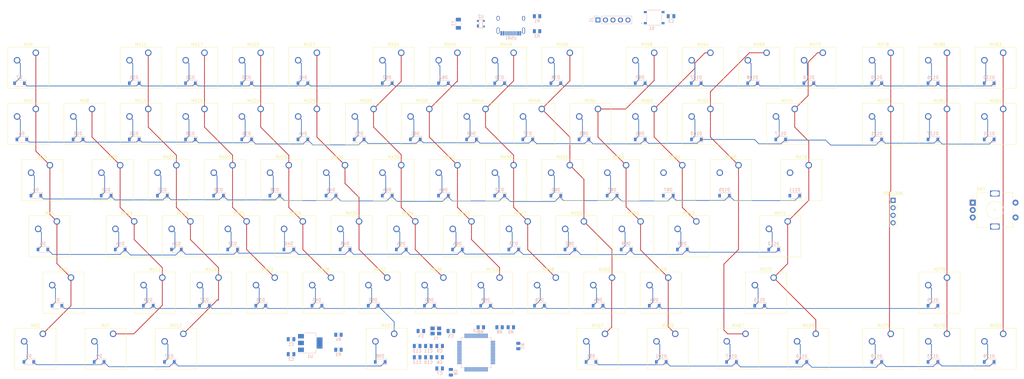
<source format=kicad_pcb>
(kicad_pcb (version 20211014) (generator pcbnew)
  (layers (0 "F.Cu" signal) (31 "B.Cu" signal) (34 "B.Paste" user) (35 "F.Paste" user) (36 "B.SilkS" user "B.Silkscreen") (37 "F.SilkS" user "F.Silkscreen") (38 "B.Mask" user) (39 "F.Mask" user) (44 "Edge.Cuts" user))
  (net 0 "")
  (net 1 "+5V")
  (net 2 "+3V3")
  (net 3 "GND")
  (net 5 "Net-(R3-Pad2)")
  (net 6 "SDA")
  (net 7 "SCL")
  (net 11 "Col7")
  (net 12 "Col6")
  (net 13 "Col5")
  (net 15 "SWCLK")
  (net 16 "SWDIO")
  (net 17 "Net-(R8-Pad1)")
  (net 18 "Net-(R7-Pad1)")
  (net 20 "ENC_SW")
  (net 21 "ENC_B")
  (net 22 "Col4")
  (net 23 "Col3")
  (net 24 "Col2")
  (net 25 "Col1")
  (net 30 "Net-(C8-Pad1)")
  (net 35 "Row6")
  (net 36 "Row5")
  (net 37 "ENC_A")
  (net 38 "Col17")
  (net 39 "Col16")
  (net 40 "Col15")
  (net 41 "Col14")
  (net 42 "Col13")
  (net 43 "Col12")
  (net 44 "Col11")
  (net 46 "Row4")
  (net 47 "Row3")
  (net 48 "Row2")
  (net 49 "Row1")
  (net 50 "Net-(C5-Pad2)")
  (net 51 "Col10")
  (net 52 "Col9")
  (net 53 "Col8")
  (net 54 "Net-(D1-Pad2)")
  (net 55 "Net-(D4-Pad2)")
  (net 56 "Net-(D5-Pad2)")
  (net 57 "Net-(D6-Pad2)")
  (net 58 "Net-(D7-Pad2)")
  (net 59 "Net-(D10-Pad2)")
  (net 60 "Net-(D15-Pad2)")
  (net 61 "Net-(D20-Pad2)")
  (net 62 "Net-(D25-Pad2)")
  (net 63 "Net-(D28-Pad2)")
  (net 64 "Net-(D33-Pad2)")
  (net 65 "Net-(D36-Pad2)")
  (net 66 "Net-(D41-Pad2)")
  (net 67 "Net-(D44-Pad2)")
  (net 68 "Net-(D51-Pad2)")
  (net 69 "Net-(D52-Pad2)")
  (net 70 "Net-(D61-Pad2)")
  (net 71 "Net-(D62-Pad2)")
  (net 72 "Net-(D69-Pad2)")
  (net 73 "Net-(D70-Pad2)")
  (net 74 "Net-(D73-Pad2)")
  (net 75 "Net-(D77-Pad2)")
  (net 76 "Net-(D78-Pad2)")
  (net 77 "Net-(D85-Pad2)")
  (net 78 "Net-(D92-Pad2)")
  (net 79 "Net-(D95-Pad2)")
  (net 80 "Net-(D102-Pad2)")
  (net 81 "Net-(D103-Pad2)")
  (net 82 "Net-(D108-Pad2)")
  (net 83 "Net-(D111-Pad2)")
  (net 84 "Net-(D116-Pad2)")
  (net 85 "Net-(D117-Pad2)")
  (net 86 "Net-(D120-Pad2)")
  (net 87 "Net-(D121-Pad2)")
  (net 88 "Net-(D126-Pad2)")
  (net 89 "Net-(D127-Pad2)")
  (net 90 "Net-(D130-Pad2)")
  (net 91 "Net-(D131-Pad2)")
  (net 92 "VBUS")
  (net 93 "SWO")
  (net 94 "Net-(R1-Pad1)")
  (net 95 "Net-(R2-Pad1)")
  (net 96 "D-")
  (net 97 "D+")
  (net 100 "Net-(D3-Pad2)")
  (net 101 "Net-(D9-Pad2)")
  (net 102 "Net-(D12-Pad2)")
  (net 103 "Net-(D14-Pad2)")
  (net 104 "Net-(D17-Pad2)")
  (net 105 "Net-(D19-Pad2)")
  (net 106 "Net-(D22-Pad2)")
  (net 107 "Net-(D24-Pad2)")
  (net 108 "Net-(D27-Pad2)")
  (net 109 "Net-(D30-Pad2)")
  (net 110 "Net-(D32-Pad2)")
  (net 111 "Net-(D35-Pad2)")
  (net 112 "Net-(D38-Pad2)")
  (net 113 "Net-(D40-Pad2)")
  (net 114 "Net-(D43-Pad2)")
  (net 115 "Net-(D46-Pad2)")
  (net 116 "Net-(D48-Pad2)")
  (net 117 "Net-(D50-Pad2)")
  (net 118 "Net-(D54-Pad2)")
  (net 119 "Net-(D56-Pad2)")
  (net 120 "Net-(D60-Pad2)")
  (net 121 "Net-(D64-Pad2)")
  (net 122 "Net-(D66-Pad2)")
  (net 123 "Net-(D68-Pad2)")
  (net 124 "Net-(D72-Pad2)")
  (net 125 "Net-(D76-Pad2)")
  (net 126 "Net-(D80-Pad2)")
  (net 127 "Net-(D82-Pad2)")
  (net 128 "Net-(D84-Pad2)")
  (net 129 "Net-(D87-Pad2)")
  (net 130 "Net-(D89-Pad2)")
  (net 131 "Net-(D91-Pad2)")
  (net 132 "Net-(D94-Pad2)")
  (net 133 "Net-(D97-Pad2)")
  (net 134 "Net-(D99-Pad2)")
  (net 135 "Net-(D101-Pad2)")
  (net 136 "Net-(D105-Pad2)")
  (net 137 "Net-(D107-Pad2)")
  (net 138 "Net-(D110-Pad2)")
  (net 139 "Net-(D113-Pad2)")
  (net 140 "Net-(D115-Pad2)")
  (net 141 "Net-(D119-Pad2)")
  (net 142 "Net-(D123-Pad2)")
  (net 143 "Net-(D125-Pad2)")
  (net 144 "Net-(D129-Pad2)")
  (net 145 "Net-(D58-Pad2)")
  (net 147 "Net-(S1-PadC)")
  (net 148 "Net-(U3-Pad5)")
  (footprint "Button_Switch_Keyboard:SW_Cherry_MX_2.25u_PCB" (layer "F.Cu") (at 26.19375 131.7625)
    (fp_text reference "MX1")
    (fp_text value "MX-NoLED L SHIFT")
  )
  (footprint "Button_Switch_Keyboard:SW_Cherry_MX_1.25u_PCB" (layer "F.Cu") (at 16.66875 150.8125)
    (fp_text reference "MX2")
    (fp_text value "MX-NoLED CRTL")
  )
  (footprint "Button_Switch_Keyboard:SW_Cherry_MX_1.50u_PCB" (layer "F.Cu") (at 19.05 93.6625)
    (fp_text reference "MX3")
    (fp_text value "MX-NoLED Tab")
  )
  (footprint "Button_Switch_Keyboard:SW_Cherry_MX_1.75u_PCB" (layer "F.Cu") (at 21.43125 112.7125)
    (fp_text reference "MX4")
    (fp_text value "MX-NoLED CAPS")
  )
  (footprint "Button_Switch_Keyboard:SW_Cherry_MX_1.00u_PCB" (layer "F.Cu") (at 14.2875 74.6125)
    (fp_text reference "MX5")
    (fp_text value "MX-NoLED tilde")
  )
  (footprint "Button_Switch_Keyboard:SW_Cherry_MX_1.00u_PCB" (layer "F.Cu") (at 14.2875 55.5625)
    (fp_text reference "MX6")
    (fp_text value "MX-NoLED ESC")
  )
  (footprint "Button_Switch_Keyboard:SW_Cherry_MX_1.25u_PCB" (layer "F.Cu") (at 40.48125 150.8125)
    (fp_text reference "MX7")
    (fp_text value "MX-NoLED WIN")
  )
  (footprint "Button_Switch_Keyboard:SW_Cherry_MX_1.00u_PCB" (layer "F.Cu") (at 33.3375 74.6125)
    (fp_text reference "MX8")
    (fp_text value "MX-NoLED 1")
  )
  (footprint "Button_Switch_Keyboard:SW_Cherry_MX_1.00u_PCB" (layer "F.Cu") (at 42.8625 93.6625)
    (fp_text reference "MX9")
    (fp_text value "MX-NoLED Q")
  )
  (footprint "Button_Switch_Keyboard:SW_Cherry_MX_1.00u_PCB" (layer "F.Cu") (at 47.625 112.7125)
    (fp_text reference "MX10")
    (fp_text value "MX-NoLED A")
  )
  (footprint "Button_Switch_Keyboard:SW_Cherry_MX_1.00u_PCB" (layer "F.Cu") (at 52.3875 55.5625)
    (fp_text reference "MX11")
    (fp_text value "MX-NoLED F1")
  )
  (footprint "Button_Switch_Keyboard:SW_Cherry_MX_1.25u_PCB" (layer "F.Cu") (at 64.29375 150.8125)
    (fp_text reference "MX12")
    (fp_text value "MX-NoLED ALT")
  )
  (footprint "Button_Switch_Keyboard:SW_Cherry_MX_1.00u_PCB" (layer "F.Cu") (at 57.15 131.7625)
    (fp_text reference "MX13")
    (fp_text value "MX-NoLED Z")
  )
  (footprint "Button_Switch_Keyboard:SW_Cherry_MX_1.00u_PCB" (layer "F.Cu") (at 52.3875 74.6125)
    (fp_text reference "MX14")
    (fp_text value "MX-NoLED 2")
  )
  (footprint "Button_Switch_Keyboard:SW_Cherry_MX_1.00u_PCB" (layer "F.Cu") (at 61.9125 93.6625)
    (fp_text reference "MX15")
    (fp_text value "MX-NoLED W")
  )
  (footprint "Button_Switch_Keyboard:SW_Cherry_MX_1.00u_PCB" (layer "F.Cu") (at 66.675 112.7125)
    (fp_text reference "MX16")
    (fp_text value "MX-NoLED S")
  )
  (footprint "Button_Switch_Keyboard:SW_Cherry_MX_1.00u_PCB" (layer "F.Cu") (at 71.4375 55.5625)
    (fp_text reference "MX17")
    (fp_text value "MX-NoLED F2")
  )
  (footprint "Button_Switch_Keyboard:SW_Cherry_MX_1.00u_PCB" (layer "F.Cu") (at 76.2 131.7625)
    (fp_text reference "MX18")
    (fp_text value "MX-NoLED X")
  )
  (footprint "Button_Switch_Keyboard:SW_Cherry_MX_1.00u_PCB" (layer "F.Cu") (at 71.4375 74.6125)
    (fp_text reference "MX19")
    (fp_text value "MX-NoLED 3")
  )
  (footprint "Button_Switch_Keyboard:SW_Cherry_MX_1.00u_PCB" (layer "F.Cu") (at 80.9625 93.6625)
    (fp_text reference "MX20")
    (fp_text value "MX-NoLED E")
  )
  (footprint "Button_Switch_Keyboard:SW_Cherry_MX_1.00u_PCB" (layer "F.Cu") (at 85.725 112.7125)
    (fp_text reference "MX21")
    (fp_text value "MX-NoLED D")
  )
  (footprint "Button_Switch_Keyboard:SW_Cherry_MX_1.00u_PCB" (layer "F.Cu") (at 90.4875 55.5625)
    (fp_text reference "MX22")
    (fp_text value "MX-NoLED F3")
  )
  (footprint "Button_Switch_Keyboard:SW_Cherry_MX_1.00u_PCB" (layer "F.Cu") (at 95.25 131.7625)
    (fp_text reference "MX23")
    (fp_text value "MX-NoLED C")
  )
  (footprint "Button_Switch_Keyboard:SW_Cherry_MX_1.00u_PCB" (layer "F.Cu") (at 90.4875 74.6125)
    (fp_text reference "MX24")
    (fp_text value "MX-NoLED 4")
  )
  (footprint "Button_Switch_Keyboard:SW_Cherry_MX_1.00u_PCB" (layer "F.Cu") (at 100.0125 93.6625)
    (fp_text reference "MX25")
    (fp_text value "MX-NoLED R")
  )
  (footprint "Button_Switch_Keyboard:SW_Cherry_MX_1.00u_PCB" (layer "F.Cu") (at 104.775 112.7125)
    (fp_text reference "MX26")
    (fp_text value "MX-NoLED F")
  )
  (footprint "Button_Switch_Keyboard:SW_Cherry_MX_1.00u_PCB" (layer "F.Cu") (at 109.5375 55.5625)
    (fp_text reference "MX27")
    (fp_text value "MX-NoLED F4")
  )
  (footprint "Button_Switch_Keyboard:SW_Cherry_MX_1.00u_PCB" (layer "F.Cu") (at 114.3 131.7625)
    (fp_text reference "MX28")
    (fp_text value "MX-NoLED V")
  )
  (footprint "Button_Switch_Keyboard:SW_Cherry_MX_1.00u_PCB" (layer "F.Cu") (at 109.5375 74.6125)
    (fp_text reference "MX29")
    (fp_text value "MX-NoLED 5")
  )
  (footprint "Button_Switch_Keyboard:SW_Cherry_MX_1.00u_PCB" (layer "F.Cu") (at 119.0625 93.6625)
    (fp_text reference "MX30")
    (fp_text value "MX-NoLED T")
  )
  (footprint "Button_Switch_Keyboard:SW_Cherry_MX_1.00u_PCB" (layer "F.Cu") (at 123.825 112.7125)
    (fp_text reference "MX31")
    (fp_text value "MX-NoLED G")
  )
  (footprint "Button_Switch_Keyboard:SW_Cherry_MX_1.00u_PCB" (layer "F.Cu") (at 133.35 131.7625)
    (fp_text reference "MX32")
    (fp_text value "MX-NoLED B")
  )
  (footprint "Button_Switch_Keyboard:SW_Cherry_MX_1.00u_PCB" (layer "F.Cu") (at 128.74625 74.6125)
    (fp_text reference "MX33")
    (fp_text value "MX-NoLED 6")
  )
  (footprint "Button_Switch_Keyboard:SW_Cherry_MX_1.00u_PCB" (layer "F.Cu") (at 138.1125 55.5625)
    (fp_text reference "MX34")
    (fp_text value "MX-NoLED F5")
  )
  (footprint "Button_Switch_Keyboard:SW_Cherry_MX_1.00u_PCB" (layer "F.Cu") (at 138.1125 93.6625)
    (fp_text reference "MX35")
    (fp_text value "MX-NoLED Y")
  )
  (footprint "Button_Switch_Keyboard:SW_Cherry_MX_1.00u_PCB" (layer "F.Cu") (at 142.875 112.7125)
    (fp_text reference "MX36")
    (fp_text value "MX-NoLED H")
  )
  (footprint "Button_Switch_Keyboard:SW_Cherry_MX_6.25u_PCB" (layer "F.Cu") (at 135.73125 150.8125)
    (fp_text reference "MX37")
    (fp_text value "MX-NoLED SPACE")
  )
  (footprint "Button_Switch_Keyboard:SW_Cherry_MX_1.00u_PCB" (layer "F.Cu") (at 152.4 131.7625)
    (fp_text reference "MX38")
    (fp_text value "MX-NoLED N")
  )
  (footprint "Button_Switch_Keyboard:SW_Cherry_MX_1.00u_PCB" (layer "F.Cu") (at 147.6375 74.6125)
    (fp_text reference "MX39")
    (fp_text value "MX-NoLED 7")
  )
  (footprint "Button_Switch_Keyboard:SW_Cherry_MX_1.00u_PCB" (layer "F.Cu") (at 157.1625 55.5625)
    (fp_text reference "MX40")
    (fp_text value "MX-NoLED F6")
  )
  (footprint "Button_Switch_Keyboard:SW_Cherry_MX_1.00u_PCB" (layer "F.Cu") (at 157.1625 93.6625)
    (fp_text reference "MX41")
    (fp_text value "MX-NoLED U")
  )
  (footprint "Button_Switch_Keyboard:SW_Cherry_MX_1.00u_PCB" (layer "F.Cu") (at 161.925 112.7125)
    (fp_text reference "MX42")
    (fp_text value "MX-NoLED J")
  )
  (footprint "Button_Switch_Keyboard:SW_Cherry_MX_1.00u_PCB" (layer "F.Cu") (at 171.45 131.7625)
    (fp_text reference "MX43")
    (fp_text value "MX-NoLED M")
  )
  (footprint "Button_Switch_Keyboard:SW_Cherry_MX_1.00u_PCB" (layer "F.Cu") (at 166.6875 74.6125)
    (fp_text reference "MX44")
    (fp_text value "MX-NoLED 8")
  )
  (footprint "Button_Switch_Keyboard:SW_Cherry_MX_1.00u_PCB" (layer "F.Cu") (at 176.2125 55.5625)
    (fp_text reference "MX45")
    (fp_text value "MX-NoLED F7")
  )
  (footprint "Button_Switch_Keyboard:SW_Cherry_MX_1.00u_PCB" (layer "F.Cu") (at 176.2125 93.6625)
    (fp_text reference "MX46")
    (fp_text value "MX-NoLED I")
  )
  (footprint "Button_Switch_Keyboard:SW_Cherry_MX_1.00u_PCB" (layer "F.Cu") (at 180.975 112.7125)
    (fp_text reference "MX47")
    (fp_text value "MX-NoLED K")
  )
  (footprint "Button_Switch_Keyboard:SW_Cherry_MX_1.00u_PCB" (layer "F.Cu") (at 190.5 131.7625)
    (fp_text reference "MX48")
    (fp_text value "MX-NoLED ,")
  )
  (footprint "Button_Switch_Keyboard:SW_Cherry_MX_1.00u_PCB" (layer "F.Cu") (at 185.7375 74.6125)
    (fp_text reference "MX49")
    (fp_text value "MX-NoLED 9")
  )
  (footprint "Button_Switch_Keyboard:SW_Cherry_MX_1.00u_PCB" (layer "F.Cu") (at 195.2625 55.5625)
    (fp_text reference "MX50")
    (fp_text value "MX-NoLED F8")
  )
  (footprint "Button_Switch_Keyboard:SW_Cherry_MX_1.00u_PCB" (layer "F.Cu") (at 195.2625 93.6625)
    (fp_text reference "MX51")
    (fp_text value "MX-NoLED O")
  )
  (footprint "Button_Switch_Keyboard:SW_Cherry_MX_1.00u_PCB" (layer "F.Cu") (at 200.025 112.7125)
    (fp_text reference "MX52")
    (fp_text value "MX-NoLED L")
  )
  (footprint "Button_Switch_Keyboard:SW_Cherry_MX_1.00u_PCB" (layer "F.Cu") (at 209.55 131.7625)
    (fp_text reference "MX53")
    (fp_text value "MX-NoLED .")
  )
  (footprint "Button_Switch_Keyboard:SW_Cherry_MX_1.00u_PCB" (layer "F.Cu") (at 204.7875 74.6125)
    (fp_text reference "MX54")
    (fp_text value "MX-NoLED 0 ")
  )
  (footprint "Button_Switch_Keyboard:SW_Cherry_MX_1.00u_PCB" (layer "F.Cu") (at 214.3125 93.6625)
    (fp_text reference "MX55")
    (fp_text value "MX-NoLED P")
  )
  (footprint "Button_Switch_Keyboard:SW_Cherry_MX_1.00u_PCB" (layer "F.Cu") (at 219.23375 112.7125)
    (fp_text reference "MX56")
    (fp_text value "MX-NoLED ;")
  )
  (footprint "Button_Switch_Keyboard:SW_Cherry_MX_1.25u_PCB" (layer "F.Cu") (at 207.16875 150.8125)
    (fp_text reference "MX57")
    (fp_text value "MX-NoLED ALT")
  )
  (footprint "Button_Switch_Keyboard:SW_Cherry_MX_1.00u_PCB" (layer "F.Cu") (at 223.8375 55.5625)
    (fp_text reference "MX58")
    (fp_text value "MX-NoLED F9")
  )
  (footprint "Button_Switch_Keyboard:SW_Cherry_MX_1.00u_PCB" (layer "F.Cu") (at 228.6 131.7625)
    (fp_text reference "MX59")
    (fp_text value "MX-NoLED /")
  )
  (footprint "Button_Switch_Keyboard:SW_Cherry_MX_1.00u_PCB" (layer "F.Cu") (at 223.8375 74.6125)
    (fp_text reference "MX60")
    (fp_text value "MX-NoLED dash")
  )
  (footprint "Button_Switch_Keyboard:SW_Cherry_MX_1.00u_PCB" (layer "F.Cu") (at 233.3625 93.6625)
    (fp_text reference "MX61")
    (fp_text value "MX-NoLED [")
  )
  (footprint "Button_Switch_Keyboard:SW_Cherry_MX_1.00u_PCB" (layer "F.Cu") (at 238.125 112.7125)
    (fp_text reference "MX62")
    (fp_text value "MX-NoLED '")
  )
  (footprint "Button_Switch_Keyboard:SW_Cherry_MX_1.25u_PCB" (layer "F.Cu") (at 230.98125 150.8125)
    (fp_text reference "MX63")
    (fp_text value "MX-NoLED WIN")
  )
  (footprint "Button_Switch_Keyboard:SW_Cherry_MX_1.00u_PCB" (layer "F.Cu") (at 242.8875 55.5625)
    (fp_text reference "MX64")
    (fp_text value "MX-NoLED F10")
  )
  (footprint "Button_Switch_Keyboard:SW_Cherry_MX_1.00u_PCB" (layer "F.Cu") (at 242.8875 74.6125)
    (fp_text reference "MX65")
    (fp_text value "MX-NoLED =")
  )
  (footprint "Button_Switch_Keyboard:SW_Cherry_MX_1.00u_PCB" (layer "F.Cu") (at 252.4125 93.6625)
    (fp_text reference "MX66")
    (fp_text value "MX-NoLED ]")
  )
  (footprint "Button_Switch_Keyboard:SW_Cherry_MX_1.25u_PCB" (layer "F.Cu") (at 254.79375 150.8125)
    (fp_text reference "MX67")
    (fp_text value "MX-NoLED MENU")
  )
  (footprint "Button_Switch_Keyboard:SW_Cherry_MX_1.00u_PCB" (layer "F.Cu") (at 261.9375 55.5625)
    (fp_text reference "MX68")
    (fp_text value "MX-NoLED F11")
  )
  (footprint "Button_Switch_Keyboard:SW_Cherry_MX_1.25u_PCB" (layer "F.Cu") (at 278.60625 150.8125)
    (fp_text reference "MX69")
    (fp_text value "MX-NoLED CTRL")
  )
  (footprint "Button_Switch_Keyboard:SW_Cherry_MX_1.50u_PCB" (layer "F.Cu") (at 276.225 93.6625)
    (fp_text reference "MX70")
    (fp_text value "MX-NoLED \\")
  )
  (footprint "Button_Switch_Keyboard:SW_Cherry_MX_2.25u_PCB" (layer "F.Cu") (at 269.08125 112.7125)
    (fp_text reference "MX71")
    (fp_text value "MX-NoLED ENTER")
  )
  (footprint "Button_Switch_Keyboard:SW_Cherry_MX_2.75u_PCB" (layer "F.Cu") (at 264.31875 131.7625)
    (fp_text reference "MX72")
    (fp_text value "MX-NoLED R SHIFT")
  )
  (footprint "Button_Switch_Keyboard:SW_Cherry_MX_1.00u_PCB" (layer "F.Cu") (at 280.9875 55.5625)
    (fp_text reference "MX73")
    (fp_text value "MX-NoLED F12")
  )
  (footprint "Button_Switch_Keyboard:SW_Cherry_MX_2.00u_PCB" (layer "F.Cu") (at 271.4625 74.6125)
    (fp_text reference "MX74")
    (fp_text value "MX-NoLED BACKSPACE")
  )
  (footprint "Button_Switch_Keyboard:SW_Cherry_MX_1.00u_PCB" (layer "F.Cu") (at 304.00625 150.8125)
    (fp_text reference "MX75")
    (fp_text value "MX-NoLED LEFT")
  )
  (footprint "Button_Switch_Keyboard:SW_Cherry_MX_1.00u_PCB" (layer "F.Cu") (at 304.00625 55.5625)
    (fp_text reference "MX76")
    (fp_text value "MX-NoLED Insert")
  )
  (footprint "Button_Switch_Keyboard:SW_Cherry_MX_1.00u_PCB" (layer "F.Cu") (at 304.00625 74.6125)
    (fp_text reference "MX77")
    (fp_text value "MX-NoLED Delete ")
  )
  (footprint "Button_Switch_Keyboard:SW_Cherry_MX_1.00u_PCB" (layer "F.Cu") (at 323.05625 150.8125)
    (fp_text reference "MX78")
    (fp_text value "MX-NoLED DOWN")
  )
  (footprint "Button_Switch_Keyboard:SW_Cherry_MX_1.00u_PCB" (layer "F.Cu") (at 323.05625 131.7625)
    (fp_text reference "MX79")
    (fp_text value "MX-NoLED UP")
  )
  (footprint "Button_Switch_Keyboard:SW_Cherry_MX_1.00u_PCB" (layer "F.Cu") (at 323.05625 55.5625)
    (fp_text reference "MX80")
    (fp_text value "MX-NoLED Home")
  )
  (footprint "Button_Switch_Keyboard:SW_Cherry_MX_1.00u_PCB" (layer "F.Cu") (at 323.05625 74.6125)
    (fp_text reference "MX81")
    (fp_text value "MX-NoLED End")
  )
  (footprint "Button_Switch_Keyboard:SW_Cherry_MX_1.00u_PCB" (layer "F.Cu") (at 342.10625 150.8125)
    (fp_text reference "MX82")
    (fp_text value "MX-NoLED RIGHT")
  )
  (footprint "Button_Switch_Keyboard:SW_Cherry_MX_1.00u_PCB" (layer "F.Cu") (at 342.10625 55.5625)
    (fp_text reference "MX83")
    (fp_text value "MX-NoLED PgUp")
  )
  (footprint "Button_Switch_Keyboard:SW_Cherry_MX_1.00u_PCB" (layer "F.Cu") (at 342.10625 74.6125)
    (fp_text reference "MX84")
    (fp_text value "MX-NoLED PgDn")
  )
  (footprint "Connector_PinHeader_2.54mm:PinHeader_1x04_P2.54mm_Vertical" (layer "F.Cu") (at 304.8 105.56875)
    (fp_text reference "SSD1306")
    (fp_text value "Conn_01x04_Male")
  )
  (footprint "Rotary_Encoder:RotaryEncoder_Alps_EC11E-Switch_Vertical_H20mm" (layer "F.Cu") (at 331.7875 106.3625)
    (fp_text reference "SW1")
    (fp_text value "RotaryEncoder_Switch")
  )
  (footprint "Package_TO_SOT_SMD:SOT-223-3_TabPin2" (layer "B.Cu") (at 107.29 153.91)
    (fp_text reference "U1")
    (fp_text value "AMS1117")
  )
  (footprint "Package_QFP:LQFP-64_10x10mm_P0.5mm" (layer "B.Cu") (at 163.5125 157.1625 180)
    (fp_text reference "U3")
    (fp_text value "STM32F401RCTx")
  )
  (footprint "Capacitor_SMD:C_0805_2012Metric" (layer "B.Cu") (at 100.78125 152.64)
    (fp_text reference "C1")
    (fp_text value "10u")
  )
  (footprint "Capacitor_SMD:C_0805_2012Metric" (layer "B.Cu") (at 100.78125 157.72)
    (fp_text reference "C2")
    (fp_text value "10u")
  )
  (footprint "Capacitor_SMD:C_0805_2012Metric" (layer "B.Cu") (at 229.55 43.18)
    (fp_text reference "C3")
    (fp_text value "0.1u")
  )
  (footprint "Capacitor_SMD:C_0805_2012Metric" (layer "B.Cu") (at 144.78 149.86)
    (fp_text reference "C4")
    (fp_text value "22p")
  )
  (footprint "Capacitor_SMD:C_0805_2012Metric" (layer "B.Cu") (at 154.94 149.86)
    (fp_text reference "C5")
    (fp_text value "22p")
  )
  (footprint "Capacitor_SMD:C_0805_2012Metric" (layer "B.Cu") (at 151.13 158.75)
    (fp_text reference "C6")
    (fp_text value "4.7u")
  )
  (footprint "Capacitor_SMD:C_0805_2012Metric" (layer "B.Cu") (at 151.13 162.56)
    (fp_text reference "C7")
    (fp_text value "100n")
  )
  (footprint "Capacitor_SMD:C_0805_2012Metric" (layer "B.Cu") (at 154.94 163.83 90)
    (fp_text reference "C8")
    (fp_text value "4.7u")
  )
  (footprint "Capacitor_SMD:C_0805_2012Metric" (layer "B.Cu") (at 151.13 154.94)
    (fp_text reference "C9")
    (fp_text value "100n")
  )
  (footprint "Capacitor_SMD:C_0805_2012Metric" (layer "B.Cu") (at 147.32 158.75)
    (fp_text reference "C10")
    (fp_text value "100n")
  )
  (footprint "Capacitor_SMD:C_0805_2012Metric" (layer "B.Cu") (at 147.32 154.94)
    (fp_text reference "C11")
    (fp_text value "100n")
  )
  (footprint "Capacitor_SMD:C_0805_2012Metric" (layer "B.Cu") (at 143.51 158.75)
    (fp_text reference "C12")
    (fp_text value "100n")
  )
  (footprint "Capacitor_SMD:C_0805_2012Metric" (layer "B.Cu") (at 143.51 154.94)
    (fp_text reference "C13")
    (fp_text value "100n")
  )
  (footprint "Diode_SMD:D_SOD-123" (layer "B.Cu") (at 21.43125 141.2875 180)
    (fp_text reference "D1")
    (fp_text value "D_Small")
  )
  (footprint "Diode_SMD:D_SOD-123" (layer "B.Cu") (at 11.90625 160.3375 180)
    (fp_text reference "D3")
    (fp_text value "D_Small")
  )
  (footprint "Diode_SMD:D_SOD-123" (layer "B.Cu") (at 14.2875 103.98125 180)
    (fp_text reference "D4")
    (fp_text value "D_Small")
  )
  (footprint "Diode_SMD:D_SOD-123" (layer "B.Cu") (at 16.66875 122.2375 180)
    (fp_text reference "D5")
    (fp_text value "D_Small")
  )
  (footprint "Diode_SMD:D_SOD-123" (layer "B.Cu") (at 9.525 84.93125 180)
    (fp_text reference "D6")
    (fp_text value "D_Small")
  )
  (footprint "Diode_SMD:D_SOD-123" (layer "B.Cu") (at 8.73125 65.88125 180)
    (fp_text reference "D7")
    (fp_text value "D_Small")
  )
  (footprint "Diode_SMD:D_SOD-123" (layer "B.Cu") (at 35.71875 160.3375 180)
    (fp_text reference "D9")
    (fp_text value "D_Small")
  )
  (footprint "Diode_SMD:D_SOD-123" (layer "B.Cu") (at 28.575 84.93125 180)
    (fp_text reference "D10")
    (fp_text value "D_Small")
  )
  (footprint "Diode_SMD:D_SOD-123" (layer "B.Cu") (at 38.1 103.98125 180)
    (fp_text reference "D12")
    (fp_text value "D_Small")
  )
  (footprint "Diode_SMD:D_SOD-123" (layer "B.Cu") (at 42.8625 122.2375 180)
    (fp_text reference "D14")
    (fp_text value "D_Small")
  )
  (footprint "Diode_SMD:D_SOD-123" (layer "B.Cu") (at 47.625 65.88125 180)
    (fp_text reference "D15")
    (fp_text value "D_Small")
  )
  (footprint "Diode_SMD:D_SOD-123" (layer "B.Cu") (at 59.53125 160.3375 180)
    (fp_text reference "D17")
    (fp_text value "D_Small")
  )
  (footprint "Diode_SMD:D_SOD-123" (layer "B.Cu") (at 52.3875 141.2875 180)
    (fp_text reference "D19")
    (fp_text value "D_Small")
  )
  (footprint "Diode_SMD:D_SOD-123" (layer "B.Cu") (at 47.625 84.93125 180)
    (fp_text reference "D20")
    (fp_text value "D_Small")
  )
  (footprint "Diode_SMD:D_SOD-123" (layer "B.Cu") (at 57.15 103.98125 180)
    (fp_text reference "D22")
    (fp_text value "D_Small")
  )
  (footprint "Diode_SMD:D_SOD-123" (layer "B.Cu") (at 61.9125 122.2375 180)
    (fp_text reference "D24")
    (fp_text value "D_Small")
  )
  (footprint "Diode_SMD:D_SOD-123" (layer "B.Cu") (at 66.675 65.88125 180)
    (fp_text reference "D25")
    (fp_text value "D_Small")
  )
  (footprint "Diode_SMD:D_SOD-123" (layer "B.Cu") (at 71.4375 141.2875 180)
    (fp_text reference "D27")
    (fp_text value "D_Small")
  )
  (footprint "Diode_SMD:D_SOD-123" (layer "B.Cu") (at 66.675 84.93125 180)
    (fp_text reference "D28")
    (fp_text value "D_Small")
  )
  (footprint "Diode_SMD:D_SOD-123" (layer "B.Cu") (at 76.2 103.98125 180)
    (fp_text reference "D30")
    (fp_text value "D_Small")
  )
  (footprint "Diode_SMD:D_SOD-123" (layer "B.Cu") (at 80.9625 122.2375 180)
    (fp_text reference "D32")
    (fp_text value "D_Small")
  )
  (footprint "Diode_SMD:D_SOD-123" (layer "B.Cu") (at 85.725 65.88125 180)
    (fp_text reference "D33")
    (fp_text value "D_Small")
  )
  (footprint "Diode_SMD:D_SOD-123" (layer "B.Cu") (at 90.4875 141.2875 180)
    (fp_text reference "D35")
    (fp_text value "D_Small")
  )
  (footprint "Diode_SMD:D_SOD-123" (layer "B.Cu") (at 85.725 84.93125 180)
    (fp_text reference "D36")
    (fp_text value "D_Small")
  )
  (footprint "Diode_SMD:D_SOD-123" (layer "B.Cu") (at 95.25 103.98125 180)
    (fp_text reference "D38")
    (fp_text value "D_Small")
  )
  (footprint "Diode_SMD:D_SOD-123" (layer "B.Cu") (at 100.0125 122.2375 180)
    (fp_text reference "D40")
    (fp_text value "D_Small")
  )
  (footprint "Diode_SMD:D_SOD-123" (layer "B.Cu") (at 104.775 65.88125 180)
    (fp_text reference "D41")
    (fp_text value "D_Small")
  )
  (footprint "Diode_SMD:D_SOD-123" (layer "B.Cu") (at 109.5375 141.2875 180)
    (fp_text reference "D43")
    (fp_text value "D_Small")
  )
  (footprint "Diode_SMD:D_SOD-123" (layer "B.Cu") (at 104.775 84.93125 180)
    (fp_text reference "D44")
    (fp_text value "D_Small")
  )
  (footprint "Diode_SMD:D_SOD-123" (layer "B.Cu") (at 114.3 103.98125 180)
    (fp_text reference "D46")
    (fp_text value "D_Small")
  )
  (footprint "Diode_SMD:D_SOD-123" (layer "B.Cu") (at 119.0625 122.2375 180)
    (fp_text reference "D48")
    (fp_text value "D_Small")
  )
  (footprint "Diode_SMD:D_SOD-123" (layer "B.Cu") (at 128.5875 141.2875 180)
    (fp_text reference "D50")
    (fp_text value "D_Small")
  )
  (footprint "Diode_SMD:D_SOD-123" (layer "B.Cu") (at 123.825 84.93125 180)
    (fp_text reference "D51")
    (fp_text value "D_Small")
  )
  (footprint "Diode_SMD:D_SOD-123" (layer "B.Cu") (at 133.35 65.88125 180)
    (fp_text reference "D52")
    (fp_text value "D_Small")
  )
  (footprint "Diode_SMD:D_SOD-123" (layer "B.Cu") (at 133.35 103.98125 180)
    (fp_text reference "D54")
    (fp_text value "D_Small")
  )
  (footprint "Diode_SMD:D_SOD-123" (layer "B.Cu") (at 138.1125 122.2375 180)
    (fp_text reference "D56")
    (fp_text value "D_Small")
  )
  (footprint "Diode_SMD:D_SOD-123" (layer "B.Cu") (at 130.96875 160.3375 180)
    (fp_text reference "D58")
    (fp_text value "D_Small")
  )
  (footprint "Diode_SMD:D_SOD-123" (layer "B.Cu") (at 147.6375 141.2875 180)
    (fp_text reference "D60")
    (fp_text value "D_Small")
  )
  (footprint "Diode_SMD:D_SOD-123" (layer "B.Cu") (at 142.875 84.93125 180)
    (fp_text reference "D61")
    (fp_text value "D_Small")
  )
  (footprint "Diode_SMD:D_SOD-123" (layer "B.Cu") (at 152.4 65.88125 180)
    (fp_text reference "D62")
    (fp_text value "D_Small")
  )
  (footprint "Diode_SMD:D_SOD-123" (layer "B.Cu") (at 152.4 103.98125 180)
    (fp_text reference "D64")
    (fp_text value "D_Small")
  )
  (footprint "Diode_SMD:D_SOD-123" (layer "B.Cu") (at 157.1625 122.2375 180)
    (fp_text reference "D66")
    (fp_text value "D_Small")
  )
  (footprint "Diode_SMD:D_SOD-123" (layer "B.Cu") (at 166.6875 141.2875 180)
    (fp_text reference "D68")
    (fp_text value "D_Small")
  )
  (footprint "Diode_SMD:D_SOD-123" (layer "B.Cu") (at 161.925 84.93125 180)
    (fp_text reference "D69")
    (fp_text value "D_Small")
  )
  (footprint "Diode_SMD:D_SOD-123" (layer "B.Cu") (at 171.45 65.88125 180)
    (fp_text reference "D70")
    (fp_text value "D_Small")
  )
  (footprint "Diode_SMD:D_SOD-123" (layer "B.Cu") (at 171.45 103.98125 180)
    (fp_text reference "D72")
    (fp_text value "D_Small")
  )
  (footprint "Diode_SMD:D_SOD-123" (layer "B.Cu") (at 176.2125 122.2375 180)
    (fp_text reference "D73")
    (fp_text value "D_Small")
  )
  (footprint "Diode_SMD:D_SOD-123" (layer "B.Cu") (at 184.94375 141.2875 180)
    (fp_text reference "D76")
    (fp_text value "D_Small")
  )
  (footprint "Diode_SMD:D_SOD-123" (layer "B.Cu") (at 180.975 84.93125 180)
    (fp_text reference "D77")
    (fp_text value "D_Small")
  )
  (footprint "Diode_SMD:D_SOD-123" (layer "B.Cu") (at 190.5 65.88125 180)
    (fp_text reference "D78")
    (fp_text value "D_Small")
  )
  (footprint "Diode_SMD:D_SOD-123" (layer "B.Cu") (at 190.5 103.98125 180)
    (fp_text reference "D80")
    (fp_text value "D_Small")
  )
  (footprint "Diode_SMD:D_SOD-123" (layer "B.Cu") (at 195.2625 122.2375 180)
    (fp_text reference "D82")
    (fp_text value "D_Small")
  )
  (footprint "Diode_SMD:D_SOD-123" (layer "B.Cu") (at 204.7875 141.2875 180)
    (fp_text reference "D84")
    (fp_text value "D_Small")
  )
  (footprint "Diode_SMD:D_SOD-123" (layer "B.Cu") (at 200.025 84.93125 180)
    (fp_text reference "D85")
    (fp_text value "D_Small")
  )
  (footprint "Diode_SMD:D_SOD-123" (layer "B.Cu") (at 209.55 103.98125 180)
    (fp_text reference "D87")
    (fp_text value "D_Small")
  )
  (footprint "Diode_SMD:D_SOD-123" (layer "B.Cu") (at 214.3125 122.2375 180)
    (fp_text reference "D89")
    (fp_text value "D_Small")
  )
  (footprint "Diode_SMD:D_SOD-123" (layer "B.Cu") (at 202.40625 160.3375 180)
    (fp_text reference "D91")
    (fp_text value "D_Small")
  )
  (footprint "Diode_SMD:D_SOD-123" (layer "B.Cu") (at 219.075 65.88125 180)
    (fp_text reference "D92")
    (fp_text value "D_Small")
  )
  (footprint "Diode_SMD:D_SOD-123" (layer "B.Cu") (at 223.8375 141.2875 180)
    (fp_text reference "D94")
    (fp_text value "D_Small")
  )
  (footprint "Diode_SMD:D_SOD-123" (layer "B.Cu") (at 219.075 84.93125 180)
    (fp_text reference "D95")
    (fp_text value "D_Small")
  )
  (footprint "Diode_SMD:D_SOD-123" (layer "B.Cu") (at 228.6 103.98125 180)
    (fp_text reference "D97")
    (fp_text value "D_Small")
  )
  (footprint "Diode_SMD:D_SOD-123" (layer "B.Cu") (at 233.3625 122.2375 180)
    (fp_text reference "D99")
    (fp_text value "D_Small")
  )
  (footprint "Diode_SMD:D_SOD-123" (layer "B.Cu") (at 226.21875 160.3375 180)
    (fp_text reference "D101")
    (fp_text value "D_Small")
  )
  (footprint "Diode_SMD:D_SOD-123" (layer "B.Cu") (at 238.0625 65.88125 180)
    (fp_text reference "D102")
    (fp_text value "D_Small")
  )
  (footprint "Diode_SMD:D_SOD-123" (layer "B.Cu") (at 238.125 84.93125 180)
    (fp_text reference "D103")
    (fp_text value "D_Small")
  )
  (footprint "Diode_SMD:D_SOD-123" (layer "B.Cu") (at 247.65 103.98125 180)
    (fp_text reference "D105")
    (fp_text value "D_Small")
  )
  (footprint "Diode_SMD:D_SOD-123" (layer "B.Cu") (at 250.03125 160.3375 180)
    (fp_text reference "D107")
    (fp_text value "D_Small")
  )
  (footprint "Diode_SMD:D_SOD-123" (layer "B.Cu") (at 257.175 65.88125 180)
    (fp_text reference "D108")
    (fp_text value "D_Small")
  )
  (footprint "Diode_SMD:D_SOD-123" (layer "B.Cu") (at 273.84375 160.3375 180)
    (fp_text reference "D110")
    (fp_text value "D_Small")
  )
  (footprint "Diode_SMD:D_SOD-123" (layer "B.Cu") (at 271.4625 103.98125 180)
    (fp_text reference "D111")
    (fp_text value "D_Small")
  )
  (footprint "Diode_SMD:D_SOD-123" (layer "B.Cu") (at 264.31875 122.2375 180)
    (fp_text reference "D113")
    (fp_text value "D_Small")
  )
  (footprint "Diode_SMD:D_SOD-123" (layer "B.Cu") (at 259.55625 141.2875 180)
    (fp_text reference "D115")
    (fp_text value "D_Small")
  )
  (footprint "Diode_SMD:D_SOD-123" (layer "B.Cu") (at 276.225 65.88125 180)
    (fp_text reference "D116")
    (fp_text value "D_Small")
  )
  (footprint "Diode_SMD:D_SOD-123" (layer "B.Cu") (at 266.7 84.93125 180)
    (fp_text reference "D117")
    (fp_text value "D_Small")
  )
  (footprint "Diode_SMD:D_SOD-123" (layer "B.Cu") (at 299.24375 160.3375 180)
    (fp_text reference "D119")
    (fp_text value "D_Small")
  )
  (footprint "Diode_SMD:D_SOD-123" (layer "B.Cu") (at 299.24375 65.88125 180)
    (fp_text reference "D120")
    (fp_text value "D_Small")
  )
  (footprint "Diode_SMD:D_SOD-123" (layer "B.Cu") (at 299.24375 84.93125 180)
    (fp_text reference "D121")
    (fp_text value "D_Small")
  )
  (footprint "Diode_SMD:D_SOD-123" (layer "B.Cu") (at 318.29375 160.3375 180)
    (fp_text reference "D123")
    (fp_text value "D_Small")
  )
  (footprint "Diode_SMD:D_SOD-123" (layer "B.Cu") (at 318.29375 141.2875 180)
    (fp_text reference "D125")
    (fp_text value "D_Small")
  )
  (footprint "Diode_SMD:D_SOD-123" (layer "B.Cu") (at 318.29375 65.88125 180)
    (fp_text reference "D126")
    (fp_text value "D_Small")
  )
  (footprint "Diode_SMD:D_SOD-123" (layer "B.Cu") (at 318.29375 84.93125 180)
    (fp_text reference "D127")
    (fp_text value "D_Small")
  )
  (footprint "Diode_SMD:D_SOD-123" (layer "B.Cu") (at 337.34375 160.3375 180)
    (fp_text reference "D129")
    (fp_text value "D_Small")
  )
  (footprint "Diode_SMD:D_SOD-123" (layer "B.Cu") (at 337.34375 65.88125 180)
    (fp_text reference "D130")
    (fp_text value "D_Small")
  )
  (footprint "Diode_SMD:D_SOD-123" (layer "B.Cu") (at 337.34375 84.93125 180)
    (fp_text reference "D131")
    (fp_text value "D_Small")
  )
  (footprint "Fuse:Fuse_1206_3216Metric" (layer "B.Cu") (at 157.48 45.72 -90)
    (fp_text reference "F1")
    (fp_text value "500m")
  )
  (footprint "Connector_PinHeader_2.54mm:PinHeader_1x05_P2.54mm_Vertical" (layer "B.Cu") (at 204.7875 44.45 -90)
    (fp_text reference "J1")
    (fp_text value "Conn_01x05_Male")
  )
  (footprint "Resistor_SMD:R_0805_2012Metric" (layer "B.Cu") (at 184.15 43.18)
    (fp_text reference "R1")
    (fp_text value "5.1k")
  )
  (footprint "Resistor_SMD:R_0805_2012Metric" (layer "B.Cu") (at 184.15 48.26)
    (fp_text reference "R2")
    (fp_text value "5.1k")
  )
  (footprint "Resistor_SMD:R_0805_2012Metric" (layer "B.Cu") (at 116.84 156.21)
    (fp_text reference "R3")
    (fp_text value "0")
  )
  (footprint "Resistor_SMD:R_0805_2012Metric" (layer "B.Cu") (at 116.84 151.13)
    (fp_text reference "R4")
    (fp_text value "0")
  )
  (footprint "Resistor_SMD:R_0805_2012Metric" (layer "B.Cu") (at 175.26 148.59)
    (fp_text reference "R5")
    (fp_text value "4.7k")
  )
  (footprint "Resistor_SMD:R_0805_2012Metric" (layer "B.Cu") (at 165.1 148.59)
    (fp_text reference "R6")
    (fp_text value "10k")
  )
  (footprint "Resistor_SMD:R_0805_2012Metric" (layer "B.Cu") (at 177.8 154.94 90)
    (fp_text reference "R7")
    (fp_text value "22")
  )
  (footprint "Resistor_SMD:R_0805_2012Metric" (layer "B.Cu") (at 171.45 148.59)
    (fp_text reference "R8")
    (fp_text value "22")
  )
  (footprint "TS:SW_TS-1187A-B-A-B" (layer "B.Cu") (at 223.8375 43.65625)
    (fp_text reference "S1")
    (fp_text value "TS-1187A-B-A-B")
  )
  (footprint "random-keyboard-parts:SOT143B" (layer "B.Cu") (at 165.1 45.72)
    (fp_text reference "U2")
    (fp_text value "PRTR5V0U2X")
  )
  (footprint "Type-C:HRO-TYPE-C-31-M-12" (layer "B.Cu") (at 175.26 41.275)
    (fp_text reference "USB1")
    (fp_text value "HRO-TYPE-C-31-M-12")
  )
  (footprint "Crystal:Crystal_SMD_3225-4Pin_3.2x2.5mm" (layer "B.Cu") (at 149.86 149.86)
    (fp_text reference "Y1")
    (fp_text value "16MHz")
  )
  (segment (start 142.875 112.7125) (end 142.875 122.2375) (width 0.254) (layer "F.Cu") (net 11))
  (segment (start 128.74625 74.6125) (end 128.74625 80.764403) (width 0.254) (layer "F.Cu") (net 11))
  (segment (start 142.875 122.2375) (end 152.4 131.7625) (width 0.254) (layer "F.Cu") (net 11))
  (segment (start 138.1125 90.130653) (end 138.1125 93.6625) (width 0.254) (layer "F.Cu") (net 11))
  (segment (start 138.1125 55.5625) (end 138.1125 65.24625) (width 0.254) (layer "F.Cu") (net 11))
  (segment (start 138.1125 107.95) (end 142.875 112.7125) (width 0.254) (layer "F.Cu") (net 11))
  (segment (start 138.1125 65.24625) (end 128.74625 74.6125) (width 0.254) (layer "F.Cu") (net 11))
  (segment (start 138.1125 93.6625) (end 138.1125 107.95) (width 0.254) (layer "F.Cu") (net 11))
  (segment (start 128.74625 80.764403) (end 138.1125 90.130653) (width 0.254) (layer "F.Cu") (net 11))
  (segment (start 109.5375 74.6125) (end 109.5375 84.1375) (width 0.254) (layer "F.Cu") (net 12))
  (segment (start 119.0625 99.814403) (end 123.825 104.576903) (width 0.254) (layer "F.Cu") (net 12))
  (segment (start 109.5375 84.1375) (end 119.0625 93.6625) (width 0.254) (layer "F.Cu") (net 12))
  (segment (start 123.825 122.2375) (end 133.35 131.7625) (width 0.254) (layer "F.Cu") (net 12))
  (segment (start 123.825 112.7125) (end 123.825 122.2375) (width 0.254) (layer "F.Cu") (net 12))
  (segment (start 123.825 104.576903) (end 123.825 112.7125) (width 0.254) (layer "F.Cu") (net 12))
  (segment (start 109.5375 55.5625) (end 109.5375 74.6125) (width 0.254) (layer "F.Cu") (net 12))
  (segment (start 119.0625 93.6625) (end 119.0625 99.814403) (width 0.254) (layer "F.Cu") (net 12))
  (segment (start 104.775 122.2375) (end 114.3 131.7625) (width 0.254) (layer "F.Cu") (net 13))
  (segment (start 100.0125 107.95) (end 104.775 112.7125) (width 0.254) (layer "F.Cu") (net 13))
  (segment (start 90.4875 74.6125) (end 90.4875 80.764403) (width 0.254) (layer "F.Cu") (net 13))
  (segment (start 90.4875 80.764403) (end 100.0125 90.289403) (width 0.254) (layer "F.Cu") (net 13))
  (segment (start 104.775 112.7125) (end 104.775 122.2375) (width 0.254) (layer "F.Cu") (net 13))
  (segment (start 100.0125 90.289403) (end 100.0125 93.6625) (width 0.254) (layer "F.Cu") (net 13))
  (segment (start 90.4875 55.5625) (end 90.4875 74.6125) (width 0.254) (layer "F.Cu") (net 13))
  (segment (start 100.0125 93.6625) (end 100.0125 107.95) (width 0.254) (layer "F.Cu") (net 13))
  (segment (start 71.4375 74.6125) (end 71.4375 80.764403) (width 0.254) (layer "F.Cu") (net 22))
  (segment (start 80.9625 107.95) (end 85.725 112.7125) (width 0.254) (layer "F.Cu") (net 22))
  (segment (start 80.9625 93.6625) (end 80.9625 107.95) (width 0.254) (layer "F.Cu") (net 22))
  (segment (start 85.725 122.2375) (end 95.25 131.7625) (width 0.254) (layer "F.Cu") (net 22))
  (segment (start 71.4375 55.5625) (end 71.4375 74.6125) (width 0.254) (layer "F.Cu") (net 22))
  (segment (start 80.9625 90.289403) (end 80.9625 93.6625) (width 0.254) (layer "F.Cu") (net 22))
  (segment (start 71.4375 80.764403) (end 80.9625 90.289403) (width 0.254) (layer "F.Cu") (net 22))
  (segment (start 85.725 112.7125) (end 85.725 122.2375) (width 0.254) (layer "F.Cu") (net 22))
  (segment (start 52.3875 74.6125) (end 52.3875 80.764403) (width 0.254) (layer "F.Cu") (net 23))
  (segment (start 75.76185 139.3444) (end 64.29375 150.8125) (width 0.254) (layer "F.Cu") (net 23))
  (segment (start 66.675 112.7125) (end 66.675 118.864403) (width 0.254) (layer "F.Cu") (net 23))
  (segment (start 76.2 139.3444) (end 75.76185 139.3444) (width 0.254) (layer "F.Cu") (net 23))
  (segment (start 52.3875 80.764403) (end 61.9125 90.289403) (width 0.254) (layer "F.Cu") (net 23))
  (segment (start 61.9125 107.95) (end 66.675 112.7125) (width 0.254) (layer "F.Cu") (net 23))
  (segment (start 61.9125 90.289403) (end 61.9125 93.6625) (width 0.254) (layer "F.Cu") (net 23))
  (segment (start 61.9125 93.6625) (end 61.9125 107.95) (width 0.254) (layer "F.Cu") (net 23))
  (segment (start 66.675 118.864403) (end 76.2 128.389403) (width 0.254) (layer "F.Cu") (net 23))
  (segment (start 76.2 128.389403) (end 76.2 131.7625) (width 0.254) (layer "F.Cu") (net 23))
  (segment (start 76.2 131.7625) (end 76.2 139.3444) (width 0.254) (layer "F.Cu") (net 23))
  (segment (start 52.3875 55.5625) (end 52.3875 74.6125) (width 0.254) (layer "F.Cu") (net 23))
  (segment (start 33.3375 74.6125) (end 33.3375 84.1375) (width 0.254) (layer "F.Cu") (net 24))
  (segment (start 57.15 131.7625) (end 57.15 141.167095) (width 0.254) (layer "F.Cu") (net 24))
  (segment (start 42.8625 93.6625) (end 42.8625 107.95) (width 0.254) (layer "F.Cu") (net 24))
  (segment (start 57.15 141.167095) (end 47.504595 150.8125) (width 0.254) (layer "F.Cu") (net 24))
  (segment (start 47.504595 150.8125) (end 40.48125 150.8125) (width 0.254) (layer "F.Cu") (net 24))
  (segment (start 47.625 112.7125) (end 47.625 118.864403) (width 0.254) (layer "F.Cu") (net 24))
  (segment (start 47.625 118.864403) (end 57.15 128.389403) (width 0.254) (layer "F.Cu") (net 24))
  (segment (start 33.3375 84.1375) (end 42.8625 93.6625) (width 0.254) (layer "F.Cu") (net 24))
  (segment (start 42.8625 107.95) (end 47.625 112.7125) (width 0.254) (layer "F.Cu") (net 24))
  (segment (start 57.15 128.389403) (end 57.15 131.7625) (width 0.254) (layer "F.Cu") (net 24))
  (segment (start 19.05 110.33125) (end 21.43125 112.7125) (width 0.254) (layer "F.Cu") (net 25))
  (segment (start 19.05 93.6625) (end 19.05 110.33125) (width 0.254) (layer "F.Cu") (net 25))
  (segment (start 21.43125 127) (end 26.19375 131.7625) (width 0.254) (layer "F.Cu") (net 25))
  (segment (start 26.19375 131.7625) (end 26.19375 141.2875) (width 0.254) (layer "F.Cu") (net 25))
  (segment (start 26.19375 141.2875) (end 16.66875 150.8125) (width 0.254) (layer "F.Cu") (net 25))
  (segment (start 14.2875 88.9) (end 19.05 93.6625) (width 0.254) (layer "F.Cu") (net 25))
  (segment (start 21.43125 112.7125) (end 21.43125 127) (width 0.254) (layer "F.Cu") (net 25))
  (segment (start 14.2875 55.5625) (end 14.2875 74.6125) (width 0.254) (layer "F.Cu") (net 25))
  (segment (start 14.2875 74.6125) (end 14.2875 88.9) (width 0.254) (layer "F.Cu") (net 25))
  (segment (start 251.68125 160.3375) (end 251.68125 160.59685) (width 0.254) (layer "B.Cu") (net 35))
  (segment (start 273.83005 162.0012) (end 275.49375 160.3375) (width 0.254) (layer "B.Cu") (net 35))
  (segment (start 61.18125 160.3375) (end 59.56835 161.9504) (width 0.254) (layer "B.Cu") (net 35))
  (segment (start 319.94375 160.3375) (end 321.30265 161.6964) (width 0.254) (layer "B.Cu") (net 35))
  (segment (start 59.56835 161.9504) (end 38.98165 161.9504) (width 0.254) (layer "B.Cu") (net 35))
  (segment (start 251.68125 160.59685) (end 253.0856 162.0012) (width 0.254) (layer "B.Cu") (net 35))
  (segment (start 131.250751 161.705499) (end 62.549249 161.705499) (width 0.254) (layer "B.Cu") (net 35))
  (segment (start 132.61875 160.3375) (end 131.250751 161.705499) (width 0.254) (layer "B.Cu") (net 35))
  (segment (start 318.38165 161.8996) (end 319.94375 160.3375) (width 0.254) (layer "B.Cu") (net 35))
  (segment (start 229.27845 161.7472) (end 250.27155 161.7472) (width 0.254) (layer "B.Cu") (net 35))
  (segment (start 300.89375 160.3375) (end 302.45585 161.8996) (width 0.254) (layer "B.Cu") (net 35))
  (segment (start 302.45585 161.8996) (end 318.38165 161.8996) (width 0.254) (layer "B.Cu") (net 35))
  (segment (start 226.91625 161.29) (end 227.86875 160.3375) (width 0.254) (layer "B.Cu") (net 35))
  (segment (start 227.86875 160.3375) (end 229.27845 161.7472) (width 0.254) (layer "B.Cu") (net 35))
  (segment (start 205.00875 161.29) (end 226.91625 161.29) (width 0.254) (layer "B.Cu") (net 35))
  (segment (start 38.98165 161.9504) (end 37.36875 160.3375) (width 0.254) (layer "B.Cu") (net 35))
  (segment (start 321.30265 161.6964) (end 337.63485 161.6964) (width 0.254) (layer "B.Cu") (net 35))
  (segment (start 204.05625 160.3375) (end 205.00875 161.29) (width 0.254) (layer "B.Cu") (net 35))
  (segment (start 14.48325 161.2645) (end 36.44175 161.2645) (width 0.254) (layer "B.Cu") (net 35))
  (segment (start 277.30985 162.1536) (end 299.07765 162.1536) (width 0.254) (layer "B.Cu") (net 35))
  (segment (start 337.63485 161.6964) (end 338.99375 160.3375) (width 0.254) (layer "B.Cu") (net 35))
  (segment (start 299.07765 162.1536) (end 300.89375 160.3375) (width 0.254) (layer "B.Cu") (net 35))
  (segment (start 62.549249 161.705499) (end 61.18125 160.3375) (width 0.254) (layer "B.Cu") (net 35))
  (segment (start 253.0856 162.0012) (end 273.83005 162.0012) (width 0.254) (layer "B.Cu") (net 35))
  (segment (start 13.55625 160.3375) (end 14.48325 161.2645) (width 0.254) (layer "B.Cu") (net 35))
  (segment (start 275.49375 160.3375) (end 277.30985 162.1536) (width 0.254) (layer "B.Cu") (net 35))
  (segment (start 36.44175 161.2645) (end 37.36875 160.3375) (width 0.254) (layer "B.Cu") (net 35))
  (segment (start 250.27155 161.7472) (end 251.68125 160.3375) (width 0.254) (layer "B.Cu") (net 35))
  (segment (start 131.1645 142.2145) (end 148.3605 142.2145) (width 0.254) (layer "B.Cu") (net 36))
  (segment (start 135.73125 150.8125) (end 135.73125 146.78125) (width 0.254) (layer "B.Cu") (net 36))
  (segment (start 53.1105 142.2145) (end 54.0375 141.2875) (width 0.254) (layer "B.Cu") (net 36))
  (segment (start 186.59375 141.2875) (end 187.52075 142.2145) (width 0.254) (layer "B.Cu") (net 36))
  (segment (start 24.00825 142.2145) (end 53.1105 142.2145) (width 0.254) (layer "B.Cu") (net 36))
  (segment (start 110.2605 142.2145) (end 111.1875 141.2875) (width 0.254) (layer "B.Cu") (net 36))
  (segment (start 185.66675 142.2145) (end 186.59375 141.2875) (width 0.254) (layer "B.Cu") (net 36))
  (segment (start 187.52075 142.2145) (end 205.5105 142.2145) (width 0.254) (layer "B.Cu") (net 36))
  (segment (start 73.0875 141.2875) (end 74.0145 142.2145) (width 0.254) (layer "B.Cu") (net 36))
  (segment (start 226.4145 142.2145) (end 260.27925 142.2145) (width 0.254) (layer "B.Cu") (net 36))
  (segment (start 72.1605 142.2145) (end 73.0875 141.2875) (width 0.254) (layer "B.Cu") (net 36))
  (segment (start 93.0645 142.2145) (end 110.2605 142.2145) (width 0.254) (layer "B.Cu") (net 36))
  (segment (start 112.1145 142.2145) (end 129.3105 142.2145) (width 0.254) (layer "B.Cu") (net 36))
  (segment (start 91.2105 142.2145) (end 92.1375 141.2875) (width 0.254) (layer "B.Cu") (net 36))
  (segment (start 54.9645 142.2145) (end 72.1605 142.2145) (width 0.254) (layer "B.Cu") (net 36))
  (segment (start 167.4105 142.2145) (end 168.3375 141.2875) (width 0.254) (layer "B.Cu") (net 36))
  (segment (start 207.3645 142.2145) (end 224.5605 142.2145) (width 0.254) (layer "B.Cu") (net 36))
  (segment (start 150.2145 142.2145) (end 167.4105 142.2145) (width 0.254) (layer "B.Cu") (net 36))
  (segment (start 169.2645 142.2145) (end 185.66675 142.2145) (width 0.254) (layer "B.Cu") (net 36))
  (segment (start 23.08125 141.2875) (end 24.00825 142.2145) (width 0.254) (layer "B.Cu") (net 36))
  (segment (start 319.01675 142.2145) (end 319.94375 141.2875) (width 0.254) (layer "B.Cu") (net 36))
  (segment (start 261.20625 141.2875) (end 262.13325 142.2145) (width 0.254) (layer "B.Cu") (net 36))
  (segment (start 54.0375 141.2875) (end 54.9645 142.2145) (width 0.254) (layer "B.Cu") (net 36))
  (segment (start 260.27925 142.2145) (end 261.20625 141.2875) (width 0.254) (layer "B.Cu") (net 36))
  (segment (start 225.4875 141.2875) (end 226.4145 142.2145) (width 0.254) (layer "B.Cu") (net 36))
  (segment (start 206.4375 141.2875) (end 207.3645 142.2145) (width 0.254) (layer "B.Cu") (net 36))
  (segment (start 148.3605 142.2145) (end 149.2875 141.2875) (width 0.254) (layer "B.Cu") (net 36))
  (segment (start 129.3105 142.2145) (end 130.2375 141.2875) (width 0.254) (layer "B.Cu") (net 36))
  (segment (start 92.1375 141.2875) (end 93.0645 142.2145) (width 0.254) (layer "B.Cu") (net 36))
  (segment (start 74.0145 142.2145) (end 91.2105 142.2145) (width 0.254) (layer "B.Cu") (net 36))
  (segment (start 262.13325 142.2145) (end 319.01675 142.2145) (width 0.254) (layer "B.Cu") (net 36))
  (segment (start 205.5105 142.2145) (end 206.4375 141.2875) (width 0.254) (layer "B.Cu") (net 36))
  (segment (start 224.5605 142.2145) (end 225.4875 141.2875) (width 0.254) (layer "B.Cu") (net 36))
  (segment (start 168.3375 141.2875) (end 169.2645 142.2145) (width 0.254) (layer "B.Cu") (net 36))
  (segment (start 135.73125 146.78125) (end 130.2375 141.2875) (width 0.254) (layer "B.Cu") (net 36))
  (segment (start 130.2375 141.2875) (end 131.1645 142.2145) (width 0.254) (layer "B.Cu") (net 36))
  (segment (start 149.2875 141.2875) (end 150.2145 142.2145) (width 0.254) (layer "B.Cu") (net 36))
  (segment (start 111.1875 141.2875) (end 112.1145 142.2145) (width 0.254) (layer "B.Cu") (net 36))
  (segment (start 342.10625 150.8125) (end 342.10625 74.6125) (width 0.254) (layer "F.Cu") (net 38))
  (segment (start 342.10625 74.6125) (end 342.10625 55.5625) (width 0.254) (layer "F.Cu") (net 38))
  (segment (start 323.05625 150.8125) (end 323.05625 131.7625) (width 0.254) (layer "F.Cu") (net 39))
  (segment (start 323.05625 55.5625) (end 323.05625 131.7625) (width 0.254) (layer "F.Cu") (net 39))
  (segment (start 303.5808 102.84645) (end 303.5808 151.9428) (width 0.254) (layer "F.Cu") (net 40))
  (segment (start 304.00625 55.5625) (end 304.00625 74.6125) (width 0.254) (layer "F.Cu") (net 40))
  (segment (start 304.00625 102.421) (end 303.5808 102.84645) (width 0.254) (layer "F.Cu") (net 40))
  (segment (start 304.00625 74.6125) (end 304.00625 102.421) (width 0.254) (layer "F.Cu") (net 40))
  (segment (start 280.9875 55.5625) (end 279.195583 55.5625) (width 0.254) (layer "F.Cu") (net 41))
  (segment (start 278.60625 146.05) (end 278.60625 150.8125) (width 0.254) (layer "F.Cu") (net 41))
  (segment (start 276.020499 70.054501) (end 271.4625 74.6125) (width 0.254) (layer "F.Cu") (net 41))
  (segment (start 269.08125 112.7125) (end 269.08125 127) (width 0.254) (layer "F.Cu") (net 41))
  (segment (start 279.195583 55.5625) (end 276.020499 58.737584) (width 0.254) (layer "F.Cu") (net 41))
  (segment (start 269.08125 127) (end 264.31875 131.7625) (width 0.254) (layer "F.Cu") (net 41))
  (segment (start 264.31875 131.7625) (end 278.60625 146.05) (width 0.254) (layer "F.Cu") (net 41))
  (segment (start 271.4625 74.6125) (end 271.4625 80.764403) (width 0.254) (layer "F.Cu") (net 41))
  (segment (start 276.225 85.526903) (end 276.225 93.6625) (width 0.254) (layer "F.Cu") (net 41))
  (segment (start 271.4625 80.764403) (end 276.225 85.526903) (width 0.254) (layer "F.Cu") (net 41))
  (segment (start 276.225 105.56875) (end 269.08125 112.7125) (width 0.254) (layer "F.Cu") (net 41))
  (segment (start 276.020499 58.737584) (end 276.020499 70.054501) (width 0.254) (layer "F.Cu") (net 41))
  (segment (start 276.225 93.6625) (end 276.225 105.56875) (width 0.254) (layer "F.Cu") (net 41))
  (segment (start 242.8875 84.1375) (end 252.4125 93.6625) (width 0.254) (layer "F.Cu") (net 42))
  (segment (start 252.4125 122.245184) (end 247.451749 127.205935) (width 0.254) (layer "F.Cu") (net 42))
  (segment (start 248.744155 150.8125) (end 254.79375 150.8125) (width 0.254) (layer "F.Cu") (net 42))
  (segment (start 242.8875 74.6125) (end 242.8875 84.1375) (width 0.254) (layer "F.Cu") (net 42))
  (segment (start 256.109417 55.5625) (end 242.8875 68.784417) (width 0.254) (layer "F.Cu") (net 42))
  (segment (start 261.9375 55.5625) (end 256.109417 55.5625) (width 0.254) (layer "F.Cu") (net 42))
  (segment (start 242.8875 68.784417) (end 242.8875 74.6125) (width 0.254) (layer "F.Cu") (net 42))
  (segment (start 252.4125 93.6625) (end 252.4125 122.245184) (width 0.254) (layer "F.Cu") (net 42))
  (segment (start 247.451749 127.205935) (end 247.451749 149.520094) (width 0.254) (layer "F.Cu") (net 42))
  (segment (start 247.451749 149.520094) (end 248.744155 150.8125) (width 0.254) (layer "F.Cu") (net 42))
  (segment (start 233.3625 107.95) (end 238.125 112.7125) (width 0.254) (layer "F.Cu") (net 43))
  (segment (start 237.602402 60.847598) (end 223.8375 74.6125) (width 0.254) (layer "F.Cu") (net 43))
  (segment (start 223.8375 84.1375) (end 233.3625 93.6625) (width 0.254) (layer "F.Cu") (net 43))
  (segment (start 233.3625 93.6625) (end 233.3625 107.95) (width 0.254) (layer "F.Cu") (net 43))
  (segment (start 237.602402 59.055681) (end 237.602402 60.847598) (width 0.254) (layer "F.Cu") (net 43))
  (segment (start 223.8375 74.6125) (end 223.8375 84.1375) (width 0.254) (layer "F.Cu") (net 43))
  (segment (start 242.8875 55.5625) (end 241.095583 55.5625) (width 0.254) (layer "F.Cu") (net 43))
  (segment (start 241.095583 55.5625) (end 237.602402 59.055681) (width 0.254) (layer "F.Cu") (net 43))
  (segment (start 204.7875 74.6125) (end 204.7875 84.1375) (width 0.254) (layer "F.Cu") (net 44))
  (segment (start 223.8375 55.5625) (end 223.8375 64.967095) (width 0.254) (layer "F.Cu") (net 44))
  (segment (start 228.6 131.7625) (end 228.6 148.43125) (width 0.254) (layer "F.Cu") (net 44))
  (segment (start 214.192095 74.6125) (end 204.7875 74.6125) (width 0.254) (layer "F.Cu") (net 44))
  (segment (start 214.3125 93.6625) (end 214.3125 107.79125) (width 0.254) (layer "F.Cu") (net 44))
  (segment (start 204.7875 84.1375) (end 214.3125 93.6625) (width 0.254) (layer "F.Cu") (net 44))
  (segment (start 228.6 148.43125) (end 230.98125 150.8125) (width 0.254) (layer "F.Cu") (net 44))
  (segment (start 219.23375 112.7125) (end 219.23375 122.39625) (width 0.254) (layer "F.Cu") (net 44))
  (segment (start 219.23375 122.39625) (end 228.6 131.7625) (width 0.254) (layer "F.Cu") (net 44))
  (segment (start 214.3125 107.79125) (end 219.23375 112.7125) (width 0.254) (layer "F.Cu") (net 44))
  (segment (start 223.8375 64.967095) (end 214.192095 74.6125) (width 0.254) (layer "F.Cu") (net 44))
  (segment (start 141.1732 123.9012) (end 157.1488 123.9012) (width 0.254) (layer "B.Cu") (net 46))
  (segment (start 158.8125 122.8461) (end 159.766 123.7996) (width 0.254) (layer "B.Cu") (net 46))
  (segment (start 100.4052 123.4948) (end 101.6625 122.2375) (width 0.254) (layer "B.Cu") (net 46))
  (segment (start 63.5625 122.2375) (end 63.5625 122.3889) (width 0.254) (layer "B.Cu") (net 46))
  (segment (start 195.2488 123.9012) (end 196.9125 122.2375) (width 0.254) (layer "B.Cu") (net 46))
  (segment (start 44.5125 122.2375) (end 46.3794 124.1044) (width 0.254) (layer "B.Cu") (net 46))
  (segment (start 103.3262 123.9012) (end 119.0488 123.9012) (width 0.254) (layer "B.Cu") (net 46))
  (segment (start 101.6625 122.2375) (end 103.3262 123.9012) (width 0.254) (layer "B.Cu") (net 46))
  (segment (start 157.1488 123.9012) (end 158.8125 122.2375) (width 0.254) (layer "B.Cu") (net 46))
  (segment (start 61.6956 124.1044) (end 63.5625 122.2375) (width 0.254) (layer "B.Cu") (net 46))
  (segment (start 82.6125 122.2375) (end 82.6125 123.0493) (width 0.254) (layer "B.Cu") (net 46))
  (segment (start 215.9625 122.7445) (end 217.1192 123.9012) (width 0.254) (layer "B.Cu") (net 46))
  (segment (start 176.3004 123.7996) (end 177.8625 122.2375) (width 0.254) (layer "B.Cu") (net 46))
  (segment (start 179.4764 123.9012) (end 195.2488 123.9012) (width 0.254) (layer "B.Cu") (net 46))
  (segment (start 197.2691 122.2375) (end 198.9836 123.952) (width 0.254) (layer "B.Cu") (net 46))
  (segment (start 63.5625 122.3889) (end 65.024 123.8504) (width 0.254) (layer "B.Cu") (net 46))
  (segment (start 46.3794 124.1044) (end 61.6956 124.1044) (width 0.254) (layer "B.Cu") (net 46))
  (segment (start 82.6125 122.6703) (end 82.6125 122.2375) (width 0.254) (layer "B.Cu") (net 46))
  (segment (start 215.9625 122.2375) (end 215.9625 122.7445) (width 0.254) (layer "B.Cu") (net 46))
  (segment (start 120.7125 122.2375) (end 120.7125 122.5921) (width 0.254) (layer "B.Cu") (net 46))
  (segment (start 196.9125 122.2375) (end 197.2691 122.2375) (width 0.254) (layer "B.Cu") (net 46))
  (segment (start 81.4324 123.8504) (end 82.6125 122.6703) (width 0.254) (layer "B.Cu") (net 46))
  (segment (start 18.31875 122.2375) (end 19.98245 123.9012) (width 0.254) (layer "B.Cu") (net 46))
  (segment (start 265.04175 123.1645) (end 265.96875 122.2375) (width 0.254) (layer "B.Cu") (net 46))
  (segment (start 177.8625 122.2873) (end 179.4764 123.9012) (width 0.254) (layer "B.Cu") (net 46))
  (segment (start 138.1496 123.8504) (end 139.7625 122.2375) (width 0.254) (layer "B.Cu") (net 46))
  (segment (start 214.248 123.952) (end 215.9625 122.2375) (width 0.254) (layer "B.Cu") (net 46))
  (segment (start 235.9395 123.1645) (end 265.04175 123.1645) (width 0.254) (layer "B.Cu") (net 46))
  (segment (start 139.7625 122.2375) (end 139.7625 122.4905) (width 0.254) (layer "B.Cu") (net 46))
  (segment (start 121.9708 123.8504) (end 138.1496 123.8504) (width 0.254) (layer "B.Cu") (net 46))
  (segment (start 198.9836 123.952) (end 214.248 123.952) (width 0.254) (layer "B.Cu") (net 46))
  (segment (start 42.8488 123.9012) (end 44.5125 122.2375) (width 0.254) (layer "B.Cu") (net 46))
  (segment (start 139.7625 122.4905) (end 141.1732 123.9012) (width 0.254) (layer "B.Cu") (net 46))
  (segment (start 83.058 123.4948) (end 100.4052 123.4948) (width 0.254) (layer "B.Cu") (net 46))
  (segment (start 120.7125 122.5921) (end 121.9708 123.8504) (width 0.254) (layer "B.Cu") (net 46))
  (segment (start 233.3488 123.9012) (end 235.0125 122.2375) (width 0.254) (layer "B.Cu") (net 46))
  (segment (start 159.766 123.7996) (end 176.3004 123.7996) (width 0.254) (layer "B.Cu") (net 46))
  (segment (start 19.98245 123.9012) (end 42.8488 123.9012) (width 0.254) (layer "B.Cu") (net 46))
  (segment (start 65.024 123.8504) (end 81.4324 123.8504) (width 0.254) (layer "B.Cu") (net 46))
  (segment (start 235.0125 122.2375) (end 235.9395 123.1645) (width 0.254) (layer "B.Cu") (net 46))
  (segment (start 177.8625 122.2375) (end 177.8625 122.2873) (width 0.254) (layer "B.Cu") (net 46))
  (segment (start 119.0488 123.9012) (end 120.7125 122.2375) (width 0.254) (layer "B.Cu") (net 46))
  (segment (start 82.6125 123.0493) (end 83.058 123.4948) (width 0.254) (layer "B.Cu") (net 46))
  (segment (start 217.1192 123.9012) (end 233.3488 123.9012) (width 0.254) (layer "B.Cu") (net 46))
  (segment (start 158.8125 122.2375) (end 158.8125 122.8461) (width 0.254) (layer "B.Cu") (net 46))
  (segment (start 250.98275 105.664) (end 271.4752 105.664) (width 0.254) (layer "B.Cu") (net 47))
  (segment (start 15.9375 103.98125) (end 15.9375 104.1263) (width 0.254) (layer "B.Cu") (net 47))
  (segment (start 155.3972 105.7656) (end 171.31565 105.7656) (width 0.254) (layer "B.Cu") (net 47))
  (segment (start 133.21565 105.7656) (end 135 103.98125) (width 0.254) (layer "B.Cu") (net 47))
  (segment (start 41.0464 105.41) (end 57.37125 105.41) (width 0.254) (layer "B.Cu") (net 47))
  (segment (start 38.62605 105.1052) (end 39.75 103.98125) (width 0.254) (layer "B.Cu") (net 47))
  (segment (start 77.85 104.012) (end 79.248 105.41) (width 0.254) (layer "B.Cu") (net 47))
  (segment (start 249.3 103.98125) (end 250.98275 105.664) (width 0.254) (layer "B.Cu") (net 47))
  (segment (start 152.11325 105.918) (end 154.05 103.98125) (width 0.254) (layer "B.Cu") (net 47))
  (segment (start 77.85 103.98125) (end 77.85 104.012) (width 0.254) (layer "B.Cu") (net 47))
  (segment (start 96.9 104.012) (end 98.552 105.664) (width 0.254) (layer "B.Cu") (net 47))
  (segment (start 192.15 103.98125) (end 192.15 104.6724) (width 0.254) (layer "B.Cu") (net 47))
  (segment (start 209.51725 105.664) (end 211.2 103.98125) (width 0.254) (layer "B.Cu") (net 47))
  (segment (start 190.16245 105.9688) (end 192.15 103.98125) (width 0.254) (layer "B.Cu") (net 47))
  (segment (start 16.9164 105.1052) (end 38.62605 105.1052) (width 0.254) (layer "B.Cu") (net 47))
  (segment (start 154.05 104.4184) (end 155.3972 105.7656) (width 0.254) (layer "B.Cu") (net 47))
  (segment (start 212.8012 105.7656) (end 228.46565 105.7656) (width 0.254) (layer "B.Cu") (net 47))
  (segment (start 39.75 104.1136) (end 41.0464 105.41) (width 0.254) (layer "B.Cu") (net 47))
  (segment (start 115.95 103.98125) (end 115.95 104.0628) (width 0.254) (layer "B.Cu") (net 47))
  (segment (start 228.46565 105.7656) (end 230.25 103.98125) (width 0.254) (layer "B.Cu") (net 47))
  (segment (start 135 104.2152) (end 136.7028 105.918) (width 0.254) (layer "B.Cu") (net 47))
  (segment (start 231.3432 105.6132) (end 247.66805 105.6132) (width 0.254) (layer "B.Cu") (net 47))
  (segment (start 117.6528 105.7656) (end 133.21565 105.7656) (width 0.254) (layer "B.Cu") (net 47))
  (segment (start 211.2 104.1644) (end 212.8012 105.7656) (width 0.254) (layer "B.Cu") (net 47))
  (segment (start 58.8 104.0628) (end 60.0964 105.3592) (width 0.254) (layer "B.Cu") (net 47))
  (segment (start 230.25 104.52) (end 231.3432 105.6132) (width 0.254) (layer "B.Cu") (net 47))
  (segment (start 247.66805 105.6132) (end 249.3 103.98125) (width 0.254) (layer "B.Cu") (net 47))
  (segment (start 192.15 104.6724) (end 193.1416 105.664) (width 0.254) (layer "B.Cu") (net 47))
  (segment (start 173.1 103.98125) (end 175.08755 105.9688) (width 0.254) (layer "B.Cu") (net 47))
  (segment (start 96.9 103.98125) (end 96.9 104.012) (width 0.254) (layer "B.Cu") (net 47))
  (segment (start 95.47125 105.41) (end 96.9 103.98125) (width 0.254) (layer "B.Cu") (net 47))
  (segment (start 211.2 103.98125) (end 211.2 104.1644) (width 0.254) (layer "B.Cu") (net 47))
  (segment (start 76.47205 105.3592) (end 77.85 103.98125) (width 0.254) (layer "B.Cu") (net 47))
  (segment (start 98.552 105.664) (end 114.26725 105.664) (width 0.254) (layer "B.Cu") (net 47))
  (segment (start 79.248 105.41) (end 95.47125 105.41) (width 0.254) (layer "B.Cu") (net 47))
  (segment (start 135 103.98125) (end 135 104.2152) (width 0.254) (layer "B.Cu") (net 47))
  (segment (start 136.7028 105.918) (end 152.11325 105.918) (width 0.254) (layer "B.Cu") (net 47))
  (segment (start 271.4752 105.664) (end 273.1125 104.0267) (width 0.254) (layer "B.Cu") (net 47))
  (segment (start 114.26725 105.664) (end 115.95 103.98125) (width 0.254) (layer "B.Cu") (net 47))
  (segment (start 193.1416 105.664) (end 209.51725 105.664) (width 0.254) (layer "B.Cu") (net 47))
  (segment (start 58.8 103.98125) (end 58.8 104.0628) (width 0.254) (layer "B.Cu") (net 47))
  (segment (start 230.25 103.98125) (end 230.25 104.52) (width 0.254) (layer "B.Cu") (net 47))
  (segment (start 115.95 104.0628) (end 117.6528 105.7656) (width 0.254) (layer "B.Cu") (net 47))
  (segment (start 60.0964 105.3592) (end 76.47205 105.3592) (width 0.254) (layer "B.Cu") (net 47))
  (segment (start 39.75 103.98125) (end 39.75 104.1136) (width 0.254) (layer "B.Cu") (net 47))
  (segment (start 171.31565 105.7656) (end 173.1 103.98125) (width 0.254) (layer "B.Cu") (net 47))
  (segment (start 57.37125 105.41) (end 58.8 103.98125) (width 0.254) (layer "B.Cu") (net 47))
  (segment (start 273.1125 104.0267) (end 273.1125 103.98125) (width 0.254) (layer "B.Cu") (net 47))
  (segment (start 175.08755 105.9688) (end 190.16245 105.9688) (width 0.254) (layer "B.Cu") (net 47))
  (segment (start 154.05 103.98125) (end 154.05 104.4184) (width 0.254) (layer "B.Cu") (net 47))
  (segment (start 15.9375 104.1263) (end 16.9164 105.1052) (width 0.254) (layer "B.Cu") (net 47))
  (segment (start 321.4624 86.5124) (end 337.4126 86.5124) (width 0.254) (layer "B.Cu") (net 48))
  (segment (start 104.89465 86.4616) (end 106.425 84.93125) (width 0.254) (layer "B.Cu") (net 48))
  (segment (start 30.225 84.93125) (end 31.152 85.85825) (width 0.254) (layer "B.Cu") (net 48))
  (segment (start 164.846 86.2076) (end 181.34865 86.2076) (width 0.254) (layer "B.Cu") (net 48))
  (segment (start 106.425 85.0382) (end 108.1532 86.7664) (width 0.254) (layer "B.Cu") (net 48))
  (segment (start 162.87015 86.04985) (end 163.575 85.345) (width 0.254) (layer "B.Cu") (net 48))
  (segment (start 106.425 84.93125) (end 106.425 85.0382) (width 0.254) (layer "B.Cu") (net 48))
  (segment (start 48.348 85.85825) (end 49.275 84.93125) (width 0.254) (layer "B.Cu") (net 48))
  (segment (start 266.87045 86.4108) (end 268.35 84.93125) (width 0.254) (layer "B.Cu") (net 48))
  (segment (start 88.7984 86.4616) (end 104.89465 86.4616) (width 0.254) (layer "B.Cu") (net 48))
  (segment (start 220.725 85.089) (end 221.8944 86.2584) (width 0.254) (layer "B.Cu") (net 48))
  (segment (start 182.625 84.9874) (end 183.9976 86.36) (width 0.254) (layer "B.Cu") (net 48))
  (segment (start 108.1532 86.7664) (end 123.63985 86.7664) (width 0.254) (layer "B.Cu") (net 48))
  (segment (start 145.6436 86.04985) (end 162.87015 86.04985) (width 0.254) (layer "B.Cu") (net 48))
  (segment (start 220.725 84.93125) (end 220.725 85.089) (width 0.254) (layer "B.Cu") (net 48))
  (segment (start 163.575 85.345) (end 163.575 84.93125) (width 0.254) (layer "B.Cu") (net 48))
  (segment (start 319.94375 84.93125) (end 319.94375 84.99375) (width 0.254) (layer "B.Cu") (net 48))
  (segment (start 182.625 84.93125) (end 182.625 84.9874) (width 0.254) (layer "B.Cu") (net 48))
  (segment (start 87.375 85.0382) (end 88.7984 86.4616) (width 0.254) (layer "B.Cu") (net 48))
  (segment (start 67.398 85.85825) (end 68.325 84.93125) (width 0.254) (layer "B.Cu") (net 48))
  (segment (start 281.953101 85.1652) (end 283.655901 86.868) (width 0.254) (layer "B.Cu") (net 48))
  (segment (start 163.575 84.9366) (end 164.846 86.2076) (width 0.254) (layer "B.Cu") (net 48))
  (segment (start 201.675 84.93125) (end 201.675 85.0382) (width 0.254) (layer "B.Cu") (net 48))
  (segment (start 283.655901 86.868) (end 298.957 86.868) (width 0.254) (layer "B.Cu") (net 48))
  (segment (start 50.202 85.85825) (end 67.398 85.85825) (width 0.254) (layer "B.Cu") (net 48))
  (segment (start 68.325 84.93125) (end 69.44895 86.0552) (width 0.254) (layer "B.Cu") (net 48))
  (segment (start 337.4126 86.5124) (end 338.99375 84.93125) (width 0.254) (layer "B.Cu") (net 48))
  (segment (start 259.297101 86.4108) (end 266.87045 86.4108) (width 0.254) (layer "B.Cu") (net 48))
  (segment (start 126.85295 86.3092) (end 143.14705 86.3092) (width 0.254) (layer "B.Cu") (net 48))
  (segment (start 302.1584 86.2076) (end 318.6674 86.2076) (width 0.254) (layer "B.Cu") (net 48))
  (segment (start 125.475 84.93125) (end 126.85295 86.3092) (width 0.254) (layer "B.Cu") (net 48))
  (segment (start 87.375 84.93125) (end 87.375 85.0382) (width 0.254) (layer "B.Cu") (net 48))
  (segment (start 11.175 84.93125) (end 12.102 85.85825) (width 0.254) (layer "B.Cu") (net 48))
  (segment (start 268.35 85.1652) (end 281.953101 85.1652) (width 0.254) (layer "B.Cu") (net 48))
  (segment (start 201.675 85.0382) (end 203.0476 86.4108) (width 0.254) (layer "B.Cu") (net 48))
  (segment (start 123.63985 86.7664) (end 125.475 84.93125) (width 0.254) (layer "B.Cu") (net 48))
  (segment (start 221.8944 86.2584) (end 238.44785 86.2584) (width 0.254) (layer "B.Cu") (net 48))
  (segment (start 31.152 85.85825) (end 48.348 85.85825) (width 0.254) (layer "B.Cu") (net 48))
  (segment (start 12.102 85.85825) (end 29.298 85.85825) (width 0.254) (layer "B.Cu") (net 48))
  (segment (start 239.775 84.93125) (end 239.775 84.9366) (width 0.254) (layer "B.Cu") (net 48))
  (segment (start 318.6674 86.2076) (end 319.94375 84.93125) (width 0.254) (layer "B.Cu") (net 48))
  (segment (start 319.94375 84.99375) (end 321.4624 86.5124) (width 0.254) (layer "B.Cu") (net 48))
  (segment (start 219.24545 86.4108) (end 220.725 84.93125) (width 0.254) (layer "B.Cu") (net 48))
  (segment (start 183.9976 86.36) (end 200.24625 86.36) (width 0.254) (layer "B.Cu") (net 48))
  (segment (start 181.34865 86.2076) (end 182.625 84.93125) (width 0.254) (layer "B.Cu") (net 48))
  (segment (start 163.575 84.93125) (end 163.575 84.9366) (width 0.254) (layer "B.Cu") (net 48))
  (segment (start 268.35 84.93125) (end 268.35 85.1652) (width 0.254) (layer "B.Cu") (net 48))
  (segment (start 143.14705 86.3092) (end 144.525 84.93125) (width 0.254) (layer "B.Cu") (net 48))
  (segment (start 86.25105 86.0552) (end 87.375 84.93125) (width 0.254) (layer "B.Cu") (net 48))
  (segment (start 144.525 84.93125) (end 145.6436 86.04985) (width 0.254) (layer "B.Cu") (net 48))
  (segment (start 29.298 85.85825) (end 30.225 84.93125) (width 0.254) (layer "B.Cu") (net 48))
  (segment (start 300.89375 84.94295) (end 302.1584 86.2076) (width 0.254) (layer "B.Cu") (net 48))
  (segment (start 69.44895 86.0552) (end 86.25105 86.0552) (width 0.254) (layer "B.Cu") (net 48))
  (segment (start 298.957 86.868) (end 300.89375 84.93125) (width 0.254) (layer "B.Cu") (net 48))
  (segment (start 203.0476 86.4108) (end 219.24545 86.4108) (width 0.254) (layer "B.Cu") (net 48))
  (segment (start 49.275 84.93125) (end 50.202 85.85825) (width 0.254) (layer "B.Cu") (net 48))
  (segment (start 239.775 84.9366) (end 257.822901 84.9366) (width 0.254) (layer "B.Cu") (net 48))
  (segment (start 300.89375 84.93125) (end 300.89375 84.94295) (width 0.254) (layer "B.Cu") (net 48))
  (segment (start 200.24625 86.36) (end 201.675 84.93125) (width 0.254) (layer "B.Cu") (net 48))
  (segment (start 257.822901 84.9366) (end 259.297101 86.4108) (width 0.254) (layer "B.Cu") (net 48))
  (segment (start 238.44785 86.2584) (end 239.775 84.93125) (width 0.254) (layer "B.Cu") (net 48))
  (segment (start 10.38125 65.88125) (end 11.30825 66.80825) (width 0.254) (layer "B.Cu") (net 49))
  (segment (start 257.898 66.80825) (end 258.825 65.88125) (width 0.254) (layer "B.Cu") (net 49))
  (segment (start 68.325 65.88125) (end 69.252 66.80825) (width 0.254) (layer "B.Cu") (net 49))
  (segment (start 338.06675 66.80825) (end 338.99375 65.88125) (width 0.254) (layer "B.Cu") (net 49))
  (segment (start 67.398 66.80825) (end 68.325 65.88125) (width 0.254) (layer "B.Cu") (net 49))
  (segment (start 319.94375 66.13625) (end 319.94375 65.88125) (width 0.254) (layer "B.Cu") (net 49))
  (segment (start 219.798 66.80825) (end 220.725 65.88125) (width 0.254) (layer "B.Cu") (net 49))
  (segment (start 258.825 65.88125) (end 259.752 66.80825) (width 0.254) (layer "B.Cu") (net 49))
  (segment (start 49.275 65.88125) (end 50.202 66.80825) (width 0.254) (layer "B.Cu") (net 49))
  (segment (start 69.252 66.80825) (end 86.448 66.80825) (width 0.254) (layer "B.Cu") (net 49))
  (segment (start 319.94375 65.88125) (end 320.87075 66.80825) (width 0.254) (layer "B.Cu") (net 49))
  (segment (start 320.87075 66.80825) (end 338.06675 66.80825) (width 0.254) (layer "B.Cu") (net 49))
  (segment (start 135 65.88125) (end 135.927 66.80825) (width 0.254) (layer "B.Cu") (net 49))
  (segment (start 87.375 65.88125) (end 88.302 66.80825) (width 0.254) (layer "B.Cu") (net 49))
  (segment (start 191.223 66.80825) (end 192.15 65.88125) (width 0.254) (layer "B.Cu") (net 49))
  (segment (start 277.875 65.88125) (end 278.802 66.80825) (width 0.254) (layer "B.Cu") (net 49))
  (segment (start 86.448 66.80825) (end 87.375 65.88125) (width 0.254) (layer "B.Cu") (net 49))
  (segment (start 107.352 66.80825) (end 134.073 66.80825) (width 0.254) (layer "B.Cu") (net 49))
  (segment (start 154.05 65.88125) (end 154.977 66.80825) (width 0.254) (layer "B.Cu") (net 49))
  (segment (start 220.725 65.88125) (end 221.652 66.80825) (width 0.254) (layer "B.Cu") (net 49))
  (segment (start 50.202 66.80825) (end 67.398 66.80825) (width 0.254) (layer "B.Cu") (net 49))
  (segment (start 135.927 66.80825) (end 153.123 66.80825) (width 0.254) (layer "B.Cu") (net 49))
  (segment (start 193.077 66.80825) (end 219.798 66.80825) (width 0.254) (layer "B.Cu") (net 49))
  (segment (start 48.348 66.80825) (end 49.275 65.88125) (width 0.254) (layer "B.Cu") (net 49))
  (segment (start 173.1 65.88125) (end 174.027 66.80825) (width 0.254) (layer "B.Cu") (net 49))
  (segment (start 154.977 66.80825) (end 172.173 66.80825) (width 0.254) (layer "B.Cu") (net 49))
  (segment (start 300.89375 65.88125) (end 301.82075 66.80825) (width 0.254) (layer "B.Cu") (net 49))
  (segment (start 276.948 66.80825) (end 277.875 65.88125) (width 0.254) (layer "B.Cu") (net 49))
  (segment (start 192.15 65.88125) (end 193.077 66.80825) (width 0.254) (layer "B.Cu") (net 49))
  (segment (start 301.82075 66.80825) (end 319.27175 66.80825) (width 0.254) (layer "B.Cu") (net 49))
  (segment (start 88.302 66.80825) (end 105.498 66.80825) (width 0.254) (layer "B.Cu") (net 49))
  (segment (start 11.30825 66.80825) (end 48.348 66.80825) (width 0.254) (layer "B.Cu") (net 49))
  (segment (start 299.96675 66.80825) (end 300.89375 65.88125) (width 0.254) (layer "B.Cu") (net 49))
  (segment (start 221.652 66.80825) (end 238.7855 66.80825) (width 0.254) (layer "B.Cu") (net 49))
  (segment (start 319.27175 66.80825) (end 319.94375 66.13625) (width 0.254) (layer "B.Cu") (net 49))
  (segment (start 153.123 66.80825) (end 154.05 65.88125) (width 0.254) (layer "B.Cu") (net 49))
  (segment (start 172.173 66.80825) (end 173.1 65.88125) (width 0.254) (layer "B.Cu") (net 49))
  (segment (start 134.073 66.80825) (end 135 65.88125) (width 0.254) (layer "B.Cu") (net 49))
  (segment (start 239.7125 65.88125) (end 240.6395 66.80825) (width 0.254) (layer "B.Cu") (net 49))
  (segment (start 174.027 66.80825) (end 191.223 66.80825) (width 0.254) (layer "B.Cu") (net 49))
  (segment (start 278.802 66.80825) (end 299.96675 66.80825) (width 0.254) (layer "B.Cu") (net 49))
  (segment (start 106.425 65.88125) (end 107.352 66.80825) (width 0.254) (layer "B.Cu") (net 49))
  (segment (start 259.752 66.80825) (end 276.948 66.80825) (width 0.254) (layer "B.Cu") (net 49))
  (segment (start 238.7855 66.80825) (end 239.7125 65.88125) (width 0.254) (layer "B.Cu") (net 49))
  (segment (start 105.498 66.80825) (end 106.425 65.88125) (width 0.254) (layer "B.Cu") (net 49))
  (segment (start 240.6395 66.80825) (end 257.898 66.80825) (width 0.254) (layer "B.Cu") (net 49))
  (segment (start 195.2625 84.1375) (end 185.7375 74.6125) (width 0.254) (layer "F.Cu") (net 51))
  (segment (start 209.55 131.7625) (end 209.55 122.2375) (width 0.254) (layer "F.Cu") (net 51))
  (segment (start 209.55 122.2375) (end 200.025 112.7125) (width 0.254) (layer "F.Cu") (net 51))
  (segment (start 207.16875 150.8125) (end 209.437001 148.544249) (width 0.254) (layer "F.Cu") (net 51))
  (segment (start 209.437001 148.544249) (end 209.437001 132.404906) (width 0.254) (layer "F.Cu") (net 51))
  (segment (start 195.2625 65.0875) (end 185.7375 74.6125) (width 0.254) (layer "F.Cu") (net 51))
  (segment (start 200.025 112.7125) (end 200.025 98.425) (width 0.254) (layer "F.Cu") (net 51))
  (segment (start 200.025 98.425) (end 195.2625 93.6625) (width 0.254) (layer "F.Cu") (net 51))
  (segment (start 195.2625 55.5625) (end 195.2625 65.0875) (width 0.254) (layer "F.Cu") (net 51))
  (segment (start 195.2625 93.6625) (end 195.2625 84.1375) (width 0.254) (layer "F.Cu") (net 51))
  (segment (start 176.2125 65.0875) (end 166.6875 74.6125) (width 0.254) (layer "F.Cu") (net 52))
  (segment (start 166.6875 80.764403) (end 176.2125 90.289403) (width 0.254) (layer "F.Cu") (net 52))
  (segment (start 176.2125 90.289403) (end 176.2125 93.6625) (width 0.254) (layer "F.Cu") (net 52))
  (segment (start 176.2125 107.95) (end 180.975 112.7125) (width 0.254) (layer "F.Cu") (net 52))
  (segment (start 166.6875 74.6125) (end 166.6875 80.764403) (width 0.254) (layer "F.Cu") (net 52))
  (segment (start 176.2125 55.5625) (end 176.2125 65.0875) (width 0.254) (layer "F.Cu") (net 52))
  (segment (start 176.2125 93.6625) (end 176.2125 107.95) (width 0.254) (layer "F.Cu") (net 52))
  (segment (start 180.975 112.7125) (end 180.975 122.2375) (width 0.254) (layer "F.Cu") (net 52))
  (segment (start 180.975 122.2375) (end 190.5 131.7625) (width 0.254) (layer "F.Cu") (net 52))
  (segment (start 157.1625 107.95) (end 161.925 112.7125) (width 0.254) (layer "F.Cu") (net 53))
  (segment (start 156.9593 65.2907) (end 147.6375 74.6125) (width 0.254) (layer "F.Cu") (net 53))
  (segment (start 157.1625 93.6625) (end 157.1625 107.95) (width 0.254) (layer "F.Cu") (net 53))
  (segment (start 157.1625 65.2907) (end 156.9593 65.2907) (width 0.254) (layer "F.Cu") (net 53))
  (segment (start 171.45 128.389403) (end 171.45 131.7625) (width 0.254) (layer "F.Cu") (net 53))
  (segment (start 161.925 118.864403) (end 171.45 128.389403) (width 0.254) (layer "F.Cu") (net 53))
  (segment (start 157.1625 55.5625) (end 157.1625 65.2907) (width 0.254) (layer "F.Cu") (net 53))
  (segment (start 161.925 112.7125) (end 161.925 118.864403) (width 0.254) (layer "F.Cu") (net 53))
  (segment (start 147.6375 84.1375) (end 157.1625 93.6625) (width 0.254) (layer "F.Cu") (net 53))
  (segment (start 147.6375 74.6125) (end 147.6375 84.1375) (width 0.254) (layer "F.Cu") (net 53))
  (segment (start 20.943749 135.402499) (end 20.943749 140.125001) (width 0.254) (layer "B.Cu") (net 54))
  (segment (start 20.943749 140.125001) (end 19.78125 141.2875) (width 0.254) (layer "B.Cu") (net 54))
  (segment (start 19.84375 134.3025) (end 20.943749 135.402499) (width 0.254) (layer "B.Cu") (net 54))
  (segment (start 13.799999 102.818751) (end 12.6375 103.98125) (width 0.254) (layer "B.Cu") (net 55))
  (segment (start 12.7 96.2025) (end 13.799999 97.302499) (width 0.254) (layer "B.Cu") (net 55))
  (segment (start 13.799999 97.302499) (end 13.799999 102.818751) (width 0.254) (layer "B.Cu") (net 55))
  (segment (start 16.181249 121.075001) (end 15.01875 122.2375) (width 0.254) (layer "B.Cu") (net 56))
  (segment (start 16.181249 116.352499) (end 16.181249 121.075001) (width 0.254) (layer "B.Cu") (net 56))
  (segment (start 15.08125 115.2525) (end 16.181249 116.352499) (width 0.254) (layer "B.Cu") (net 56))
  (segment (start 9.037499 83.768751) (end 7.875 84.93125) (width 0.254) (layer "B.Cu") (net 57))
  (segment (start 9.037499 78.252499) (end 9.037499 83.768751) (width 0.254) (layer "B.Cu") (net 57))
  (segment (start 7.9375 77.1525) (end 9.037499 78.252499) (width 0.254) (layer "B.Cu") (net 57))
  (segment (start 7.08125 65.88125) (end 9.037499 63.925001) (width 0.254) (layer "B.Cu") (net 58))
  (segment (start 9.037499 63.925001) (end 9.037499 59.202499) (width 0.254) (layer "B.Cu") (net 58))
  (segment (start 9.037499 59.202499) (end 7.9375 58.1025) (width 0.254) (layer "B.Cu") (net 58))
  (segment (start 28.087499 83.768751) (end 26.925 84.93125) (width 0.254) (layer "B.Cu") (net 59))
  (segment (start 26.9875 77.1525) (end 28.087499 78.252499) (width 0.254) (layer "B.Cu") (net 59))
  (segment (start 28.087499 78.252499) (end 28.087499 83.768751) (width 0.254) (layer "B.Cu") (net 59))
  (segment (start 47.137499 64.718751) (end 45.975 65.88125) (width 0.254) (layer "B.Cu") (net 60))
  (segment (start 47.137499 59.202499) (end 47.137499 64.718751) (width 0.254) (layer "B.Cu") (net 60))
  (segment (start 46.0375 58.1025) (end 47.137499 59.202499) (width 0.254) (layer "B.Cu") (net 60))
  (segment (start 47.137499 78.252499) (end 47.137499 83.768751) (width 0.254) (layer "B.Cu") (net 61))
  (segment (start 47.137499 83.768751) (end 45.975 84.93125) (width 0.254) (layer "B.Cu") (net 61))
  (segment (start 46.0375 77.1525) (end 47.137499 78.252499) (width 0.254) (layer "B.Cu") (net 61))
  (segment (start 65.0875 58.1025) (end 66.187499 59.202499) (width 0.254) (layer "B.Cu") (net 62))
  (segment (start 66.187499 64.718751) (end 65.025 65.88125) (width 0.254) (layer "B.Cu") (net 62))
  (segment (start 66.187499 59.202499) (end 66.187499 64.718751) (width 0.254) (layer "B.Cu") (net 62))
  (segment (start 65.0875 77.1525) (end 66.187499 78.252499) (width 0.254) (layer "B.Cu") (net 63))
  (segment (start 66.187499 78.252499) (end 66.187499 83.768751) (width 0.254) (layer "B.Cu") (net 63))
  (segment (start 66.187499 83.768751) (end 65.025 84.93125) (width 0.254) (layer "B.Cu") (net 63))
  (segment (start 85.237499 64.718751) (end 84.075 65.88125) (width 0.254) (layer "B.Cu") (net 64))
  (segment (start 85.237499 59.202499) (end 85.237499 64.718751) (width 0.254) (layer "B.Cu") (net 64))
  (segment (start 84.1375 58.1025) (end 85.237499 59.202499) (width 0.254) (layer "B.Cu") (net 64))
  (segment (start 84.1375 77.1525) (end 85.237499 78.252499) (width 0.254) (layer "B.Cu") (net 65))
  (segment (start 85.237499 78.252499) (end 85.237499 83.768751) (width 0.254) (layer "B.Cu") (net 65))
  (segment (start 85.237499 83.768751) (end 84.075 84.93125) (width 0.254) (layer "B.Cu") (net 65))
  (segment (start 104.287499 64.718751) (end 103.125 65.88125) (width 0.254) (layer "B.Cu") (net 66))
  (segment (start 103.1875 58.1025) (end 104.287499 59.202499) (width 0.254) (layer "B.Cu") (net 66))
  (segment (start 104.287499 59.202499) (end 104.287499 64.718751) (width 0.254) (layer "B.Cu") (net 66))
  (segment (start 104.287499 83.768751) (end 103.125 84.93125) (width 0.254) (layer "B.Cu") (net 67))
  (segment (start 103.1875 77.1525) (end 104.287499 78.252499) (width 0.254) (layer "B.Cu") (net 67))
  (segment (start 104.287499 78.252499) (end 104.287499 83.768751) (width 0.254) (layer "B.Cu") (net 67))
  (segment (start 122.39625 77.1525) (end 123.496249 78.252499) (width 0.254) (layer "B.Cu") (net 68))
  (segment (start 123.496249 78.252499) (end 123.496249 83.610001) (width 0.254) (layer "B.Cu") (net 68))
  (segment (start 123.496249 83.610001) (end 122.175 84.93125) (width 0.254) (layer "B.Cu") (net 68))
  (segment (start 132.862499 64.718751) (end 131.7 65.88125) (width 0.254) (layer "B.Cu") (net 69))
  (segment (start 131.7625 58.1025) (end 132.862499 59.202499) (width 0.254) (layer "B.Cu") (net 69))
  (segment (start 132.862499 59.202499) (end 132.862499 64.718751) (width 0.254) (layer "B.Cu") (net 69))
  (segment (start 141.2875 77.1525) (end 142.387499 78.252499) (width 0.254) (layer "B.Cu") (net 70))
  (segment (start 142.387499 83.768751) (end 141.225 84.93125) (width 0.254) (layer "B.Cu") (net 70))
  (segment (start 142.387499 78.252499) (end 142.387499 83.768751) (width 0.254) (layer "B.Cu") (net 70))
  (segment (start 150.8125 58.1025) (end 150.8125 59.658134) (width 0.254) (layer "B.Cu") (net 71))
  (segment (start 151.2316 60.077234) (end 151.2316 65.786) (width 0.254) (layer "B.Cu") (net 71))
  (segment (start 150.8125 59.658134) (end 151.2316 60.077234) (width 0.254) (layer "B.Cu") (net 71))
  (segment (start 161.437499 83.768751) (end 160.275 84.93125) (width 0.254) (layer "B.Cu") (net 72))
  (segment (start 160.3375 77.1525) (end 161.437499 78.252499) (width 0.254) (layer "B.Cu") (net 72))
  (segment (start 161.437499 78.252499) (end 161.437499 83.768751) (width 0.254) (layer "B.Cu") (net 72))
  (segment (start 170.962499 59.202499) (end 170.962499 64.718751) (width 0.254) (layer "B.Cu") (net 73))
  (segment (start 169.8625 58.1025) (end 170.962499 59.202499) (width 0.254) (layer "B.Cu") (net 73))
  (segment (start 170.962499 64.718751) (end 169.8 65.88125) (width 0.254) (layer "B.Cu") (net 73))
  (segment (start 175.724999 116.352499) (end 175.724999 121.075001) (width 0.254) (layer "B.Cu") (net 74))
  (segment (start 175.724999 121.075001) (end 174.5625 122.2375) (width 0.254) (layer "B.Cu") (net 74))
  (segment (start 174.625 115.2525) (end 175.724999 116.352499) (width 0.254) (layer "B.Cu") (net 74))
  (segment (start 180.487499 78.252499) (end 180.487499 83.768751) (width 0.254) (layer "B.Cu") (net 75))
  (segment (start 179.3875 77.1525) (end 180.487499 78.252499) (width 0.254) (layer "B.Cu") (net 75))
  (segment (start 180.487499 83.768751) (end 179.325 84.93125) (width 0.254) (layer "B.Cu") (net 75))
  (segment (start 190.012499 59.202499) (end 190.012499 64.718751) (width 0.254) (layer "B.Cu") (net 76))
  (segment (start 190.012499 64.718751) (end 188.85 65.88125) (width 0.254) (layer "B.Cu") (net 76))
  (segment (start 188.9125 58.1025) (end 190.012499 59.202499) (width 0.254) (layer "B.Cu") (net 76))
  (segment (start 199.537499 83.768751) (end 198.375 84.93125) (width 0.254) (layer "B.Cu") (net 77))
  (segment (start 199.537499 78.252499) (end 199.537499 83.768751) (width 0.254) (layer "B.Cu") (net 77))
  (segment (start 198.4375 77.1525) (end 199.537499 78.252499) (width 0.254) (layer "B.Cu") (net 77))
  (segment (start 218.587499 64.718751) (end 217.425 65.88125) (width 0.254) (layer "B.Cu") (net 78))
  (segment (start 217.4875 58.1025) (end 218.587499 59.202499) (width 0.254) (layer "B.Cu") (net 78))
  (segment (start 218.587499 59.202499) (end 218.587499 64.718751) (width 0.254) (layer "B.Cu") (net 78))
  (segment (start 217.4875 77.1525) (end 218.587499 78.252499) (width 0.254) (layer "B.Cu") (net 79))
  (segment (start 218.587499 83.768751) (end 217.425 84.93125) (width 0.254) (layer "B.Cu") (net 79))
  (segment (start 218.587499 78.252499) (end 218.587499 83.768751) (width 0.254) (layer "B.Cu") (net 79))
  (segment (start 236.5375 58.1025) (end 237.637499 59.202499) (width 0.254) (layer "B.Cu") (net 80))
  (segment (start 237.637499 59.202499) (end 237.637499 64.656251) (width 0.254) (layer "B.Cu") (net 80))
  (segment (start 237.637499 64.656251) (end 236.4125 65.88125) (width 0.254) (layer "B.Cu") (net 80))
  (segment (start 237.637499 78.252499) (end 237.637499 83.768751) (width 0.254) (layer "B.Cu") (net 81))
  (segment (start 237.637499 83.768751) (end 236.475 84.93125) (width 0.254) (layer "B.Cu") (net 81))
  (segment (start 236.5375 77.1525) (end 237.637499 78.252499) (width 0.254) (layer "B.Cu") (net 81))
  (segment (start 256.687499 64.718751) (end 255.525 65.88125) (width 0.254) (layer "B.Cu") (net 82))
  (segment (start 255.5875 58.1025) (end 256.687499 59.202499) (width 0.254) (layer "B.Cu") (net 82))
  (segment (start 256.687499 59.202499) (end 256.687499 64.718751) (width 0.254) (layer "B.Cu") (net 82))
  (segment (start 275.737499 59.202499) (end 275.737499 64.718751) (width 0.254) (layer "B.Cu") (net 84))
  (segment (start 274.6375 58.1025) (end 275.737499 59.202499) (width 0.254) (layer "B.Cu") (net 84))
  (segment (start 275.737499 64.718751) (end 274.575 65.88125) (width 0.254) (layer "B.Cu") (net 84))
  (segment (start 266.212499 78.252499) (end 266.212499 83.768751) (width 0.254) (layer "B.Cu") (net 85))
  (segment (start 266.212499 83.768751) (end 265.05 84.93125) (width 0.254) (layer "B.Cu") (net 85))
  (segment (start 265.1125 77.1525) (end 266.212499 78.252499) (width 0.254) (layer "B.Cu") (net 85))
  (segment (start 298.756249 64.718751) (end 297.59375 65.88125) (width 0.254) (layer "B.Cu") (net 86))
  (segment (start 297.65625 58.1025) (end 298.756249 59.202499) (width 0.254) (layer "B.Cu") (net 86))
  (segment (start 298.756249 59.202499) (end 298.756249 64.718751) (width 0.254) (layer "B.Cu") (net 86))
  (segment (start 298.756249 78.252499) (end 298.756249 83.768751) (width 0.254) (layer "B.Cu") (net 87))
  (segment (start 298.756249 83.768751) (end 297.59375 84.93125) (width 0.254) (layer "B.Cu") (net 87))
  (segment (start 297.65625 77.1525) (end 298.756249 78.252499) (width 0.254) (layer "B.Cu") (net 87))
  (segment (start 317.806249 64.718751) (end 316.64375 65.88125) (width 0.254) (layer "B.Cu") (net 88))
  (segment (start 317.806249 59.202499) (end 317.806249 64.718751) (width 0.254) (layer "B.Cu") (net 88))
  (segment (start 316.70625 58.1025) (end 317.806249 59.202499) (width 0.254) (layer "B.Cu") (net 88))
  (segment (start 317.1444 84.4306) (end 316.64375 84.93125) (width 0.254) (layer "B.Cu") (net 89))
  (segment (start 316.70625 77.1525) (end 317.1444 77.59065) (width 0.254) (layer "B.Cu") (net 89))
  (segment (start 317.1444 77.59065) (end 317.1444 84.4306) (width 0.254) (layer "B.Cu") (net 89))
  (segment (start 336.1944 65.3806) (end 335.69375 65.88125) (width 0.254) (layer "B.Cu") (net 90))
  (segment (start 336.1944 58.54065) (end 336.1944 65.3806) (width 0.254) (layer "B.Cu") (net 90))
  (segment (start 335.75625 58.1025) (end 336.1944 58.54065) (width 0.254) (layer "B.Cu") (net 90))
  (segment (start 336.856249 83.768751) (end 335.69375 84.93125) (width 0.254) (layer "B.Cu") (net 91))
  (segment (start 336.856249 78.252499) (end 336.856249 83.768751) (width 0.254) (layer "B.Cu") (net 91))
  (segment (start 335.75625 77.1525) (end 336.856249 78.252499) (width 0.254) (layer "B.Cu") (net 91))
  (segment (start 11.418749 154.452499) (end 11.418749 159.175001) (width 0.254) (layer "B.Cu") (net 100))
  (segment (start 11.418749 159.175001) (end 10.25625 160.3375) (width 0.254) (layer "B.Cu") (net 100))
  (segment (start 10.31875 153.3525) (end 11.418749 154.452499) (width 0.254) (layer "B.Cu") (net 100))
  (segment (start 35.231249 159.175001) (end 34.06875 160.3375) (width 0.254) (layer "B.Cu") (net 101))
  (segment (start 35.231249 154.452499) (end 35.231249 159.175001) (width 0.254) (layer "B.Cu") (net 101))
  (segment (start 34.13125 153.3525) (end 35.231249 154.452499) (width 0.254) (layer "B.Cu") (net 101))
  (segment (start 36.5125 96.2025) (end 37.612499 97.302499) (width 0.254) (layer "B.Cu") (net 102))
  (segment (start 37.612499 102.818751) (end 36.45 103.98125) (width 0.254) (layer "B.Cu") (net 102))
  (segment (start 37.612499 97.302499) (end 37.612499 102.818751) (width 0.254) (layer "B.Cu") (net 102))
  (segment (start 42.374999 116.352499) (end 42.374999 121.075001) (width 0.254) (layer "B.Cu") (net 103))
  (segment (start 41.275 115.2525) (end 42.374999 116.352499) (width 0.254) (layer "B.Cu") (net 103))
  (segment (start 42.374999 121.075001) (end 41.2125 122.2375) (width 0.254) (layer "B.Cu") (net 103))
  (segment (start 59.043749 154.452499) (end 59.043749 159.175001) (width 0.254) (layer "B.Cu") (net 104))
  (segment (start 57.94375 153.3525) (end 59.043749 154.452499) (width 0.254) (layer "B.Cu") (net 104))
  (segment (start 59.043749 159.175001) (end 57.88125 160.3375) (width 0.254) (layer "B.Cu") (net 104))
  (segment (start 51.899999 140.125001) (end 50.7375 141.2875) (width 0.254) (layer "B.Cu") (net 105))
  (segment (start 51.899999 135.402499) (end 51.899999 140.125001) (width 0.254) (layer "B.Cu") (net 105))
  (segment (start 50.8 134.3025) (end 51.899999 135.402499) (width 0.254) (layer "B.Cu") (net 105))
  (segment (start 55.5625 96.2025) (end 56.662499 97.302499) (width 0.254) (layer "B.Cu") (net 106))
  (segment (start 56.662499 102.818751) (end 55.5 103.98125) (width 0.254) (layer "B.Cu") (net 106))
  (segment (start 56.662499 97.302499) (end 56.662499 102.818751) (width 0.254) (layer "B.Cu") (net 106))
  (segment (start 61.424999 121.607401) (end 60.7949 122.2375) (width 0.254) (layer "B.Cu") (net 107))
  (segment (start 61.424999 116.352499) (end 61.424999 121.607401) (width 0.254) (layer "B.Cu") (net 107))
  (segment (start 60.7949 122.2375) (end 60.2625 122.2375) (width 0.254) (layer "B.Cu") (net 107))
  (segment (start 60.325 115.2525) (end 61.424999 116.352499) (width 0.254) (layer "B.Cu") (net 107))
  (segment (start 70.949999 140.125001) (end 69.7875 141.2875) (width 0.254) (layer "B.Cu") (net 108))
  (segment (start 70.949999 135.402499) (end 70.949999 140.125001) (width 0.254) (layer "B.Cu") (net 108))
  (segment (start 69.85 134.3025) (end 70.949999 135.402499) (width 0.254) (layer "B.Cu") (net 108))
  (segment (start 75.712499 97.302499) (end 75.712499 102.818751) (width 0.254) (layer "B.Cu") (net 109))
  (segment (start 74.6125 96.2025) (end 75.712499 97.302499) (width 0.254) (layer "B.Cu") (net 109))
  (segment (start 75.712499 102.818751) (end 74.55 103.98125) (width 0.254) (layer "B.Cu") (net 109))
  (segment (start 80.474999 116.352499) (end 80.474999 121.075001) (width 0.254) (layer "B.Cu") (net 110))
  (segment (start 80.474999 121.075001) (end 79.3125 122.2375) (width 0.254) (layer "B.Cu") (net 110))
  (segment (start 79.375 115.2525) (end 80.474999 116.352499) (width 0.254) (layer "B.Cu") (net 110))
  (segment (start 88.9 134.3025) (end 89.999999 135.402499) (width 0.254) (layer "B.Cu") (net 111))
  (segment (start 89.999999 140.125001) (end 88.8375 141.2875) (width 0.254) (layer "B.Cu") (net 111))
  (segment (start 89.999999 135.402499) (end 89.999999 140.125001) (width 0.254) (layer "B.Cu") (net 111))
  (segment (start 94.762499 102.818751) (end 93.6 103.98125) (width 0.254) (layer "B.Cu") (net 112))
  (segment (start 93.6625 96.2025) (end 94.762499 97.302499) (width 0.254) (layer "B.Cu") (net 112))
  (segment (start 94.762499 97.302499) (end 94.762499 102.818751) (width 0.254) (layer "B.Cu") (net 112))
  (segment (start 98.425 115.2525) (end 98.552 115.3795) (width 0.254) (layer "B.Cu") (net 113))
  (segment (start 98.552 122.048) (end 98.3625 122.2375) (width 0.254) (layer "B.Cu") (net 113))
  (segment (start 98.552 115.3795) (end 98.552 122.048) (width 0.254) (layer "B.Cu") (net 113))
  (segment (start 107.95 134.3025) (end 109.049999 135.402499) (width 0.254) (layer "B.Cu") (net 114))
  (segment (start 109.049999 140.125001) (end 107.8875 141.2875) (width 0.254) (layer "B.Cu") (net 114))
  (segment (start 109.049999 135.402499) (end 109.049999 140.125001) (width 0.254) (layer "B.Cu") (net 114))
  (segment (start 112.7125 96.2025) (end 113.812499 97.302499) (width 0.254) (layer "B.Cu") (net 115))
  (segment (start 113.812499 97.302499) (end 113.812499 102.818751) (width 0.254) (layer "B.Cu") (net 115))
  (segment (start 113.812499 102.818751) (end 112.65 103.98125) (width 0.254) (layer "B.Cu") (net 115))
  (segment (start 118.574999 116.352499) (end 118.574999 121.075001) (width 0.254) (layer "B.Cu") (net 116))
  (segment (start 118.574999 121.075001) (end 117.4125 122.2375) (width 0.254) (layer "B.Cu") (net 116))
  (segment (start 117.475 115.2525) (end 118.574999 116.352499) (width 0.254) (layer "B.Cu") (net 116))
  (segment (start 127 134.3025) (end 128.099999 135.402499) (width 0.254) (layer "B.Cu") (net 117))
  (segment (start 128.099999 140.125001) (end 126.9375 141.2875) (width 0.254) (layer "B.Cu") (net 117))
  (segment (start 128.099999 135.402499) (end 128.099999 140.125001) (width 0.254) (layer "B.Cu") (net 117))
  (segment (start 132.862499 97.302499) (end 132.862499 102.818751) (width 0.254) (layer "B.Cu") (net 118))
  (segment (start 131.7625 96.2025) (end 132.862499 97.302499) (width 0.254) (layer "B.Cu") (net 118))
  (segment (start 132.862499 102.818751) (end 131.7 103.98125) (width 0.254) (layer "B.Cu") (net 118))
  (segment (start 137.624999 121.075001) (end 136.4625 122.2375) (width 0.254) (layer "B.Cu") (net 119))
  (segment (start 137.624999 116.352499) (end 137.624999 121.075001) (width 0.254) (layer "B.Cu") (net 119))
  (segment (start 136.525 115.2525) (end 137.624999 116.352499) (width 0.254) (layer "B.Cu") (net 119))
  (segment (start 147.149999 140.125001) (end 145.9875 141.2875) (width 0.254) (layer "B.Cu") (net 120))
  (segment (start 146.05 134.3025) (end 147.149999 135.402499) (width 0.254) (layer "B.Cu") (net 120))
  (segment (start 147.149999 135.402499) (end 147.149999 140.125001) (width 0.254) (layer "B.Cu") (net 120))
  (segment (start 151.912499 102.818751) (end 150.75 103.98125) (width 0.254) (layer "B.Cu") (net 121))
  (segment (start 151.912499 97.302499) (end 151.912499 102.818751) (width 0.254) (layer "B.Cu") (net 121))
  (segment (start 150.8125 96.2025) (end 151.912499 97.302499) (width 0.254) (layer "B.Cu") (net 121))
  (segment (start 155.575 115.2525) (end 156.674999 116.352499) (width 0.254) (layer "B.Cu") (net 122))
  (segment (start 156.674999 116.352499) (end 156.674999 121.075001) (width 0.254) (layer "B.Cu") (net 122))
  (segment (start 156.674999 121.075001) (end 155.5125 122.2375) (width 0.254) (layer "B.Cu") (net 122))
  (segment (start 166.199999 140.125001) (end 165.0375 141.2875) (width 0.254) (layer "B.Cu") (net 123))
  (segment (start 166.199999 135.402499) (end 166.199999 140.125001) (width 0.254) (layer "B.Cu") (net 123))
  (segment (start 165.1 134.3025) (end 166.199999 135.402499) (width 0.254) (layer "B.Cu") (net 123))
  (segment (start 171.24045 97.58045) (end 171.24045 102.5408) (width 0.254) (layer "B.Cu") (net 124))
  (segment (start 171.24045 102.5408) (end 169.8 103.98125) (width 0.254) (layer "B.Cu") (net 124))
  (segment (start 169.8625 96.2025) (end 171.24045 97.58045) (width 0.254) (layer "B.Cu") (net 124))
  (segment (start 185.249999 135.402499) (end 185.249999 139.331251) (width 0.254) (layer "B.Cu") (net 125))
  (segment (start 184.15 134.3025) (end 185.249999 135.402499) (width 0.254) (layer "B.Cu") (net 125))
  (segment (start 185.249999 139.331251) (end 183.29375 141.2875) (width 0.254) (layer "B.Cu") (net 125))
  (segment (start 190.012499 102.818751) (end 188.85 103.98125) (width 0.254) (layer "B.Cu") (net 126))
  (segment (start 188.9125 96.2025) (end 190.012499 97.302499) (width 0.254) (layer "B.Cu") (net 126))
  (segment (start 190.012499 97.302499) (end 190.012499 102.818751) (width 0.254) (layer "B.Cu") (net 126))
  (segment (start 194.774999 116.352499) (end 194.774999 121.075001) (width 0.254) (layer "B.Cu") (net 127))
  (segment (start 193.675 115.2525) (end 194.774999 116.352499) (width 0.254) (layer "B.Cu") (net 127))
  (segment (start 194.774999 121.075001) (end 193.6125 122.2375) (width 0.254) (layer "B.Cu") (net 127))
  (segment (start 204.299999 135.402499) (end 204.299999 140.125001) (width 0.254) (layer "B.Cu") (net 128))
  (segment (start 204.299999 140.125001) (end 203.1375 141.2875) (width 0.254) (layer "B.Cu") (net 128))
  (segment (start 203.2 134.3025) (end 204.299999 135.402499) (width 0.254) (layer "B.Cu") (net 128))
  (segment (start 207.9625 96.2025) (end 209.062499 97.302499) (width 0.254) (layer "B.Cu") (net 129))
  (segment (start 209.062499 97.302499) (end 209.062499 102.818751) (width 0.254) (layer "B.Cu") (net 129))
  (segment (start 209.062499 102.818751) (end 207.9 103.98125) (width 0.254) (layer "B.Cu") (net 129))
  (segment (start 212.88375 115.2525) (end 213.983749 116.352499) (width 0.254) (layer "B.Cu") (net 130))
  (segment (start 213.983749 116.352499) (end 213.983749 120.916251) (width 0.254) (layer "B.Cu") (net 130))
  (segment (start 213.983749 120.916251) (end 212.6625 122.2375) (width 0.254) (layer "B.Cu") (net 130))
  (segment (start 200.81875 153.3525) (end 201.918749 154.452499) (width 0.254) (layer "B.Cu") (net 131))
  (segment (start 201.918749 154.452499) (end 201.918749 159.175001) (width 0.254) (layer "B.Cu") (net 131))
  (segment (start 201.918749 159.175001) (end 200.75625 160.3375) (width 0.254) (layer "B.Cu") (net 131))
  (segment (start 223.349999 135.402499) (end 223.349999 140.125001) (width 0.254) (layer "B.Cu") (net 132))
  (segment (start 222.25 134.3025) (end 223.349999 135.402499) (width 0.254) (layer "B.Cu") (net 132))
  (segment (start 223.349999 140.125001) (end 222.1875 141.2875) (width 0.254) (layer "B.Cu") (net 132))
  (segment (start 232.874999 116.352499) (end 232.874999 121.075001) (width 0.254) (layer "B.Cu") (net 134))
  (segment (start 232.874999 121.075001) (end 231.7125 122.2375) (width 0.254) (layer "B.Cu") (net 134))
  (segment (start 231.775 115.2525) (end 232.874999 116.352499) (width 0.254) (layer "B.Cu") (net 134))
  (segment (start 225.731249 159.175001) (end 224.56875 160.3375) (width 0.254) (layer "B.Cu") (net 135))
  (segment (start 225.731249 154.452499) (end 225.731249 159.175001) (width 0.254) (layer "B.Cu") (net 135))
  (segment (start 224.63125 153.3525) (end 225.731249 154.452499) (width 0.254) (layer "B.Cu") (net 135))
  (segment (start 249.543749 154.452499) (end 249.543749 159.175001) (width 0.254) (layer "B.Cu") (net 137))
  (segment (start 248.44375 153.3525) (end 249.543749 154.452499) (width 0.254) (layer "B.Cu") (net 137))
  (segment (start 249.543749 159.175001) (end 248.38125 160.3375) (width 0.254) (layer "B.Cu") (net 137))
  (segment (start 273.356249 154.452499) (end 273.356249 159.175001) (width 0.254) (layer "B.Cu") (net 138))
  (segment (start 272.25625 153.3525) (end 273.356249 154.452499) (width 0.254) (layer "B.Cu") (net 138))
  (segment (start 273.356249 159.175001) (end 272.19375 160.3375) (width 0.254) (layer "B.Cu") (net 138))
  (segment (start 263.831249 121.075001) (end 262.66875 122.2375) (width 0.254) (layer "B.Cu") (net 139))
  (segment (start 262.73125 115.2525) (end 263.831249 116.352499) (width 0.254) (layer "B.Cu") (net 139))
  (segment (start 263.831249 116.352499) (end 263.831249 121.075001) (width 0.254) (layer "B.Cu") (net 139))
  (segment (start 259.068749 140.125001) (end 257.90625 141.2875) (width 0.254) (layer "B.Cu") (net 140))
  (segment (start 259.068749 135.402499) (end 259.068749 140.125001) (width 0.254) (layer "B.Cu") (net 140))
  (segment (start 257.96875 134.3025) (end 259.068749 135.402499) (width 0.254) (layer "B.Cu") (net 140))
  (segment (start 298.756249 154.452499) (end 298.756249 159.175001) (width 0.254) (layer "B.Cu") (net 141))
  (segment (start 298.756249 159.175001) (end 297.59375 160.3375) (width 0.254) (layer "B.Cu") (net 141))
  (segment (start 297.65625 153.3525) (end 298.756249 154.452499) (width 0.254) (layer "B.Cu") (net 141))
  (segment (start 317.806249 154.452499) (end 317.806249 159.175001) (width 0.254) (layer "B.Cu") (net 142))
  (segment (start 317.806249 159.175001) (end 316.64375 160.3375) (width 0.254) (layer "B.Cu") (net 142))
  (segment (start 316.70625 153.3525) (end 317.806249 154.452499) (width 0.254) (layer "B.Cu") (net 142))
  (segment (start 316.70625 134.3025) (end 317.806249 135.402499) (width 0.254) (layer "B.Cu") (net 143))
  (segment (start 317.806249 135.402499) (end 317.806249 140.125001) (width 0.254) (layer "B.Cu") (net 143))
  (segment (start 317.806249 140.125001) (end 316.64375 141.2875) (width 0.254) (layer "B.Cu") (net 143))
  (segment (start 335.75625 153.3525) (end 336.856249 154.452499) (width 0.254) (layer "B.Cu") (net 144))
  (segment (start 336.856249 159.175001) (end 335.69375 160.3375) (width 0.254) (layer "B.Cu") (net 144))
  (segment (start 336.856249 154.452499) (end 336.856249 159.175001) (width 0.254) (layer "B.Cu") (net 144))
  (segment (start 129.54 160.11625) (end 129.31875 160.3375) (width 0.254) (layer "B.Cu") (net 145))
  (segment (start 129.54 153.51125) (end 129.54 160.11625) (width 0.254) (layer "B.Cu") (net 145))
  (segment (start 129.38125 153.3525) (end 129.54 153.51125) (width 0.254) (layer "B.Cu") (net 145))
)
</source>
